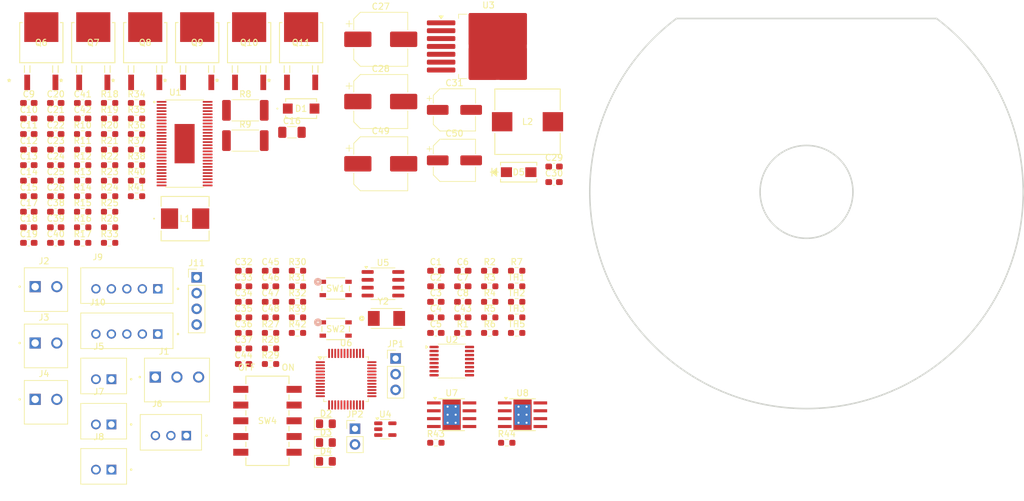
<source format=kicad_pcb>
(kicad_pcb (version 20241229) (generator "pcbnew") (generator_version "9.0")
  (layers (0 "F.Cu" signal) (2 "B.Cu" signal) (13 "F.Paste" user) (15 "B.Paste" user) (5 "F.SilkS" user "F.Silkscreen") (7 "B.SilkS" user "B.Silkscreen") (1 "F.Mask" user) (3 "B.Mask" user) (25 "Edge.Cuts" user))
  (net 0 "")
  (net 1 "/Temperature Measurement/Temp Motor Driver BLDC")
  (net 2 "GND")
  (net 3 "/Temperature Measurement/Temp Motor Driver Steering")
  (net 4 "/Temperature Measurement/Temp Motor Driver Brake")
  (net 5 "Temp Motor Brake")
  (net 6 "/Temperature Measurement/Temp Ambient")
  (net 7 "Temp BLDC Motor  ")
  (net 8 "Temp Motor Steering")
  (net 9 "+3.3V")
  (net 10 "/BLDC Control/SN1")
  (net 11 "/BLDC Control/SN2")
  (net 12 "Net-(U1-BST_C)")
  (net 13 "BLDC C")
  (net 14 "BLDC B")
  (net 15 "Net-(U1-BST_B)")
  (net 16 "Net-(U1-BST_A)")
  (net 17 "BLDC A")
  (net 18 "Net-(U1-CP2)")
  (net 19 "Net-(U1-CP1)")
  (net 20 "/BLDC Control/SW Node")
  (net 21 "Net-(U1-BST_BK)")
  (net 22 "+5V")
  (net 23 "Net-(U1-COMP)")
  (net 24 "Net-(C18-Pad2)")
  (net 25 "Net-(U1-SS_TR)")
  (net 26 "Net-(U1-AVDD)")
  (net 27 "/BLDC Control/DVDD")
  (net 28 "Net-(U1-GVDD)")
  (net 29 "+24V")
  (net 30 "Net-(D5-K)")
  (net 31 "Net-(U3-CB)")
  (net 32 "+12V")
  (net 33 "+3V3")
  (net 34 "Net-(U6-PF0-OSC_IN)")
  (net 35 "Net-(U6-PF1-OSC_OUT)")
  (net 36 "Net-(C38-Pad1)")
  (net 37 "Net-(C39-Pad1)")
  (net 38 "Net-(C40-Pad1)")
  (net 39 "BLDC SO2")
  (net 40 "BLDC SO1")
  (net 41 "Temp Output")
  (net 42 "BOOT")
  (net 43 "/Microcontroller/FDCAN1_RX")
  (net 44 "Net-(D2-A)")
  (net 45 "/Microcontroller/FDCAN1_TX")
  (net 46 "Net-(D3-A)")
  (net 47 "Net-(D4-A)")
  (net 48 "Brake_OUT2")
  (net 49 "Brake_OUT1")
  (net 50 "Steer_OUT1")
  (net 51 "Steer_OUT2")
  (net 52 "CANH")
  (net 53 "CANL")
  (net 54 "EncoderA_PROG")
  (net 55 "Encoder_CLK")
  (net 56 "EncoderA_DO")
  (net 57 "EncoderB_DO")
  (net 58 "EncoderB_PROG")
  (net 59 "SWCLK")
  (net 60 "SWDIO")
  (net 61 "Net-(JP1-B)")
  (net 62 "Net-(JP1-C)")
  (net 63 "Net-(JP2-B)")
  (net 64 "Net-(U1-DTC)")
  (net 65 "Net-(U1-SO1)")
  (net 66 "Net-(U1-GL_C)")
  (net 67 "Net-(U1-GH_C)")
  (net 68 "Net-(U1-GL_B)")
  (net 69 "Net-(U1-GH_B)")
  (net 70 "Net-(U1-GL_A)")
  (net 71 "Net-(U1-GH_A)")
  (net 72 "Net-(U1-SO2)")
  (net 73 "Net-(U1-VSENSE)")
  (net 74 "Net-(U1-BIAS)")
  (net 75 "Net-(U1-RT_CLK)")
  (net 76 "BLDC NFault")
  (net 77 "Net-(U1-OC_ADJ)")
  (net 78 "Net-(U1-M_PWM)")
  (net 79 "Net-(U1-M_OC)")
  (net 80 "BLDC OCTW")
  (net 81 "/BLDC Control/Gain")
  (net 82 "PWRGD")
  (net 83 "Net-(U7-ILIM)")
  (net 84 "Net-(U8-ILIM)")
  (net 85 "Net-(U6-PB4)")
  (net 86 "Net-(U6-PB6)")
  (net 87 "Net-(U6-PB7)")
  (net 88 "Net-(U6-PB5)")
  (net 89 "Net-(U6-PB3)")
  (net 90 "BLDC INH_C")
  (net 91 "BLDC INL_C")
  (net 92 "DC_CAL")
  (net 93 "BLDC INL_B")
  (net 94 "BLDC EN_GATE")
  (net 95 "BLDC INL_A")
  (net 96 "BLDC INH_B")
  (net 98 "BLDC INH_A")
  (net 100 "MUXA")
  (net 102 "MUXB")
  (net 103 "MUXC")
  (net 107 "Steer_IN2")
  (net 112 "Brake_IN2")
  (net 113 "Brake_IN1")
  (net 115 "Steer_IN1")
  (net 116 "Net-(Q6-G)")
  (net 117 "Net-(Q7-G)")
  (net 118 "Net-(Q8-G)")
  (net 119 "Net-(Q9-G)")
  (net 120 "Net-(Q10-G)")
  (net 121 "Net-(Q11-G)")
  (footprint "Resistor_SMD:R_0603_1608Metric_Pad0.98x0.95mm_HandSolder" (layer "F.Cu") (at 62.4375 107.26)
    (property "Reference" "R27" (at 0 -1.43 0) (layer "F.SilkS"))
    (property "Value" "10K")
    (pad "1" smd roundrect (at -0.9125 0) (size 0.975 0.95) (layers "F.Cu" "F.Mask" "F.Paste") (net 61 "Net-(JP1-B)"))
    (pad "2" smd roundrect (at 0.9125 0) (size 0.975 0.95) (layers "F.Cu" "F.Mask" "F.Paste") (net 2 "GND"))
  )
  (footprint "Capacitor_SMD:C_0603_1608Metric_Pad1.08x0.95mm_HandSolder" (layer "F.Cu") (at 27.7475 82.67)
    (property "Reference" "C25" (at 0 -1.43 0) (layer "F.SilkS"))
    (property "Value" "2.2uF")
    (pad "1" smd roundrect (at -0.8625 0) (size 1.075 0.95) (layers "F.Cu" "F.Mask" "F.Paste") (net 29 "+24V"))
    (pad "2" smd roundrect (at 0.8625 0) (size 1.075 0.95) (layers "F.Cu" "F.Mask" "F.Paste") (net 2 "GND"))
  )
  (footprint "Resistor_SMD:R_0603_1608Metric_Pad0.98x0.95mm_HandSolder" (layer "F.Cu") (at 66.7875 104.75)
    (property "Reference" "R39" (at 0 -1.43 0) (layer "F.SilkS"))
    (property "Value" "10k")
    (pad "1" smd roundrect (at -0.9125 0) (size 0.975 0.95) (layers "F.Cu" "F.Mask" "F.Paste") (net 80 "BLDC OCTW"))
    (pad "2" smd roundrect (at 0.9125 0) (size 0.975 0.95) (layers "F.Cu" "F.Mask" "F.Paste") (net 33 "+3V3"))
  )
  (footprint "Footprints:JST_B3B-XH-A" (layer "F.Cu") (at 46.3475 123.315)
    (property "Reference" "J6" (at -2.2 -4.6 0) (layer "F.SilkS") (effects (font (size 0.944882 0.944882))))
    (property "Value" "B3B-XH-A")
    (pad "1" thru_hole rect (at 2.5 0.525) (size 1.508 1.508) (drill 1) (layers "*.Cu" "*.Mask") (net 42 "BOOT"))
    (pad "2" thru_hole circle (at 0 0.525) (size 1.508 1.508) (drill 1) (layers "*.Cu" "*.Mask") (net 52 "CANH"))
    (pad "3" thru_hole circle (at -2.5 0.525) (size 1.508 1.508) (drill 1) (layers "*.Cu" "*.Mask") (net 53 "CANL"))
  )
  (footprint "Resistor_SMD:R_0603_1608Metric_Pad0.98x0.95mm_HandSolder" (layer "F.Cu") (at 36.4475 70.12)
    (property "Reference" "R18" (at 0 -1.43 0) (layer "F.SilkS"))
    (property "Value" "56Ω")
    (pad "1" smd roundrect (at -0.9125 0) (size 0.975 0.95) (layers "F.Cu" "F.Mask" "F.Paste") (net 72 "Net-(U1-SO2)"))
    (pad "2" smd roundrect (at 0.9125 0) (size 0.975 0.95) (layers "F.Cu" "F.Mask" "F.Paste") (net 39 "BLDC SO2"))
  )
  (footprint "Resistor_SMD:R_0603_1608Metric_Pad0.98x0.95mm_HandSolder" (layer "F.Cu") (at 36.4475 82.67)
    (property "Reference" "R23" (at 0 -1.43 0) (layer "F.SilkS"))
    (property "Value" "TBD")
    (pad "1" smd roundrect (at -0.9125 0) (size 0.975 0.95) (layers "F.Cu" "F.Mask" "F.Paste") (net 24 "Net-(C18-Pad2)"))
    (pad "2" smd roundrect (at 0.9125 0) (size 0.975 0.95) (layers "F.Cu" "F.Mask" "F.Paste") (net 2 "GND"))
  )
  (footprint "Footprints:JST_B2B-XH-A" (layer "F.Cu") (at 35.4875 121.515)
    (property "Reference" "J7" (at -0.775 -4.76 0) (layer "F.SilkS"))
    (property "Value" "B2B-XH-A")
    (pad "1" thru_hole rect (at 1.25 0.525) (size 1.575 1.575) (drill 1.05) (layers "*.Cu" "*.Mask") (net 5 "Temp Motor Brake"))
    (pad "2" thru_hole circle (at -1.25 0.525) (size 1.575 1.575) (drill 1.05) (layers "*.Cu" "*.Mask") (net 2 "GND"))
  )
  (footprint "Resistor_SMD:R_0603_1608Metric_Pad0.98x0.95mm_HandSolder" (layer "F.Cu") (at 100.5875 125)
    (property "Reference" "R44" (at 0 -1.43 0) (layer "F.SilkS"))
    (property "Value" "64000")
    (pad "1" smd roundrect (at -0.9125 0) (size 0.975 0.95) (layers "F.Cu" "F.Mask" "F.Paste") (net 84 "Net-(U8-ILIM)"))
    (pad "2" smd roundrect (at 0.9125 0) (size 0.975 0.95) (layers "F.Cu" "F.Mask" "F.Paste") (net 2 "GND"))
  )
  (footprint "Footprints:SKRPADE010_AAL" (layer "F.Cu") (at 72.955 100.08)
    (property "Reference" "SW1" (at 0 0 0) (layer "F.SilkS"))
    (property "Value" "SW_Push")
    (pad "1" smd rect (at -2.075 -1.074999) (size 1.0414 0.6604) (layers "F.Cu" "F.Mask" "F.Paste") (net 61 "Net-(JP1-B)"))
    (pad "2" smd rect (at -2.075 1.074999) (size 1.0414 0.6604) (layers "F.Cu" "F.Mask" "F.Paste") (net 33 "+3V3"))
    (pad "3" smd rect (at 2.075 -1.074999) (size 1.0414 0.6604) (layers "F.Cu" "F.Mask" "F.Paste"))
    (pad "4" smd rect (at 2.075 1.074999) (size 1.0414 0.6604) (layers "F.Cu" "F.Mask" "F.Paste"))
  )
  (footprint "Footprints:SKRPADE010_AAL" (layer "F.Cu") (at 72.955 106.6254)
    (property "Reference" "SW2" (at 0 0 0) (layer "F.SilkS"))
    (property "Value" "SW_Push")
    (pad "1" smd rect (at -2.075 -1.074999) (size 1.0414 0.6604) (layers "F.Cu" "F.Mask" "F.Paste") (net 2 "GND"))
    (pad "2" smd rect (at -2.075 1.074999) (size 1.0414 0.6604) (layers "F.Cu" "F.Mask" "F.Paste") (net 42 "BOOT"))
    (pad "3" smd rect (at 2.075 -1.074999) (size 1.0414 0.6604) (layers "F.Cu" "F.Mask" "F.Paste"))
    (pad "4" smd rect (at 2.075 1.074999) (size 1.0414 0.6604) (layers "F.Cu" "F.Mask" "F.Paste"))
  )
  (footprint "Capacitor_SMD:C_0603_1608Metric_Pad1.08x0.95mm_HandSolder" (layer "F.Cu") (at 58.0875 107.26)
    (property "Reference" "C36" (at 0 -1.43 0) (layer "F.SilkS"))
    (property "Value" "1uF")
    (pad "1" smd roundrect (at -0.8625 0) (size 1.075 0.95) (layers "F.Cu" "F.Mask" "F.Paste") (net 33 "+3V3"))
    (pad "2" smd roundrect (at 0.8625 0) (size 1.075 0.95) (layers "F.Cu" "F.Mask" "F.Paste") (net 2 "GND"))
  )
  (footprint "Resistor_SMD:R_0603_1608Metric_Pad0.98x0.95mm_HandSolder" (layer "F.Cu") (at 36.4475 90.2)
    (property "Reference" "R26" (at 0 -1.43 0) (layer "F.SilkS"))
    (property "Value" "10Ω")
    (pad "1" smd roundrect (at -0.9125 0) (size 0.975 0.95) (layers "F.Cu" "F.Mask" "F.Paste") (net 17 "BLDC A"))
    (pad "2" smd roundrect (at 0.9125 0) (size 0.975 0.95) (layers "F.Cu" "F.Mask" "F.Paste") (net 38 "Net-(C40-Pad1)"))
  )
  (footprint "Resistor_SMD:R_0603_1608Metric_Pad0.98x0.95mm_HandSolder" (layer "F.Cu") (at 40.7975 85.18)
    (property "Reference" "R41" (at 0 -1.43 0) (layer "F.SilkS"))
    (property "Value" "100kΩ")
    (pad "1" smd roundrect (at -0.9125 0) (size 0.975 0.95) (layers "F.Cu" "F.Mask" "F.Paste") (net 81 "/BLDC Control/Gain"))
    (pad "2" smd roundrect (at 0.9125 0) (size 0.975 0.95) (layers "F.Cu" "F.Mask" "F.Paste") (net 2 "GND"))
  )
  (footprint "Resistor_SMD:R_2512_6332Metric_Pad1.40x3.35mm_HandSolder" (layer "F.Cu") (at 58.3675 71.31)
    (property "Reference" "R8" (at 0 -2.62 0) (layer "F.SilkS"))
    (property "Value" "10mΩ 2512 2W")
    (pad "1" smd roundrect (at -3.05 0) (size 1.4 3.35) (layers "F.Cu" "F.Mask" "F.Paste") (roundrect_rratio 0.178571) (net 10 "/BLDC Control/SN1"))
    (pad "2" smd roundrect (at 3.05 0) (size 1.4 3.35) (layers "F.Cu" "F.Mask" "F.Paste") (roundrect_rratio 0.178571) (net 2 "GND"))
  )
  (footprint "Footprints:SOP50P810X120-57N" (layer "F.Cu") (at 48.5585 76.69)
    (property "Reference" "U1" (at -1.49804 -8.27879 0) (layer "F.SilkS") (effects (font (size 1.002031 1.002031))))
    (property "Value" "DRV8302DCAR")
    (pad "1" smd roundrect (at -3.72 -6.75) (size 1.57 0.28) (layers "F.Cu" "F.Mask" "F.Paste") (roundrect_rratio 0.125) (net 75 "Net-(U1-RT_CLK)"))
    (pad "2" smd roundrect (at -3.72 -6.25) (size 1.57 0.28) (layers "F.Cu" "F.Mask" "F.Paste") (roundrect_rratio 0.125) (net 23 "Net-(U1-COMP)"))
    (pad "3" smd roundrect (at -3.72 -5.75) (size 1.57 0.28) (layers "F.Cu" "F.Mask" "F.Paste") (roundrect_rratio 0.125) (net 73 "Net-(U1-VSENSE)"))
    (pad "4" smd roundrect (at -3.72 -5.25) (size 1.57 0.28) (layers "F.Cu" "F.Mask" "F.Paste") (roundrect_rratio 0.125) (net 82 "PWRGD"))
    (pad "5" smd roundrect (at -3.72 -4.75) (size 1.57 0.28) (layers "F.Cu" "F.Mask" "F.Paste") (roundrect_rratio 0.125) (net 80 "BLDC OCTW"))
    (pad "6" smd roundrect (at -3.72 -4.25) (size 1.57 0.28) (layers "F.Cu" "F.Mask" "F.Paste") (roundrect_rratio 0.125) (net 76 "BLDC NFault"))
    (pad "7" smd roundrect (at -3.72 -3.75) (size 1.57 0.28) (layers "F.Cu" "F.Mask" "F.Paste") (roundrect_rratio 0.125) (net 64 "Net-(U1-DTC)"))
    (pad "8" smd roundrect (at -3.72 -3.25) (size 1.57 0.28) (layers "F.Cu" "F.Mask" "F.Paste") (roundrect_rratio 0.125) (net 78 "Net-(U1-M_PWM)"))
    (pad "9" smd roundrect (at -3.72 -2.75) (size 1.57 0.28) (layers "F.Cu" "F.Mask" "F.Paste") (roundrect_rratio 0.125) (net 79 "Net-(U1-M_OC)"))
    (pad "10" smd roundrect (at -3.72 -2.25) (size 1.57 0.28) (layers "F.Cu" "F.Mask" "F.Paste") (roundrect_rratio 0.125) (net 81 "/BLDC Control/Gain"))
    (pad "11" smd roundrect (at -3.72 -1.75) (size 1.57 0.28) (layers "F.Cu" "F.Mask" "F.Paste") (roundrect_rratio 0.125) (net 77 "Net-(U1-OC_ADJ)"))
    (pad "12" smd roundrect (at -3.72 -1.25) (size 1.57 0.28) (layers "F.Cu" "F.Mask" "F.Paste") (roundrect_rratio 0.125) (net 92 "DC_CAL"))
    (pad "13" smd roundrect (at -3.72 -0.75) (size 1.57 0.28) (layers "F.Cu" "F.Mask" "F.Paste") (roundrect_rratio 0.125) (net 28 "Net-(U1-GVDD)"))
    (pad "14" smd roundrect (at -3.72 -0.25) (size 1.57 0.28) (layers "F.Cu" "F.Mask" "F.Paste") (roundrect_rratio 0.125) (net 19 "Net-(U1-CP1)"))
    (pad "15" smd roundrect (at -3.72 0.25) (size 1.57 0.28) (layers "F.Cu" "F.Mask" "F.Paste") (roundrect_rratio 0.125) (net 18 "Net-(U1-CP2)"))
    (pad "16" smd roundrect (at -3.72 0.75) (size 1.57 0.28) (layers "F.Cu" "F.Mask" "F.Paste") (roundrect_rratio 0.125) (net 94 "BLDC EN_GATE"))
    (pad "17" smd roundrect (at -3.72 1.25) (size 1.57 0.28) (layers "F.Cu" "F.Mask" "F.Paste") (roundrect_rratio 0.125) (net 98 "BLDC INH_A"))
    (pad "18" smd roundrect (at -3.72 1.75) (size 1.57 0.28) (layers "F.Cu" "F.Mask" "F.Paste") (roundrect_rratio 0.125) (net 95 "BLDC INL_A"))
    (pad "19" smd roundrect (at -3.72 2.25) (size 1.57 0.28) (layers "F.Cu" "F.Mask" "F.Paste") (roundrect_rratio 0.125) (net 96 "BLDC INH_B"))
    (pad "20" smd roundrect (at -3.72 2.75) (size 1.57 0.28) (layers "F.Cu" "F.Mask" "F.Paste") (roundrect_rratio 0.125) (net 93 "BLDC INL_B"))
    (pad "21" smd roundrect (at -3.72 3.25) (size 1.57 0.28) (layers "F.Cu" "F.Mask" "F.Paste") (roundrect_rratio 0.125) (net 90 "BLDC INH_C"))
    (pad "22" smd roundrect (at -3.72 3.75) (size 1.57 0.28) (layers "F.Cu" "F.Mask" "F.Paste") (roundrect_rratio 0.125) (net 91 "BLDC INL_C"))
    (pad "23" smd roundrect (at -3.72 4.25) (size 1.57 0.28) (layers "F.Cu" "F.Mask" "F.Paste") (roundrect_rratio 0.125) (net 27 "/BLDC Control/DVDD"))
    (pad "24" smd roundrect (at -3.72 4.75) (size 1.57 0.28) (layers "F.Cu" "F.Mask" "F.Paste") (roundrect_rratio 0.125) (net 9 "+3.3V"))
    (pad "25" smd roundrect (at -3.72 5.25) (size 1.57 0.28) (layers "F.Cu" "F.Mask" "F.Paste") (roundrect_rratio 0.125) (net 65 "Net-(U1-SO1)"))
    (pad "26" smd roundrect (at -3.72 5.75) (size 1.57 0.28) (layers "F.Cu" "F.Mask" "F.Paste") (roundrect_rratio 0.125) (net 72 "Net-(U1-SO2)"))
    (pad "27" smd roundrect (at -3.72 6.25) (size 1.57 0.28) (layers "F.Cu" "F.Mask" "F.Paste") (roundrect_rratio 0.125) (net 26 "Net-(U1-AVDD)"))
    (pad "28" smd roundrect (at -3.72 6.75) (size 1.57 0.28) (layers "F.Cu" "F.Mask" "F.Paste") (roundrect_rratio 0.125) (net 2 "GND"))
    (pad "29" smd roundrect (at 3.72 6.75) (size 1.57 0.28) (layers "F.Cu" "F.Mask" "F.Paste") (roundrect_rratio 0.125) (net 29 "+24V"))
    (pad "30" smd roundrect (at 3.72 6.25) (size 1.57 0.28) (layers "F.Cu" "F.Mask" "F.Paste") (roundrect_rratio 0.125) (net 2 "GND"))
    (pad "31" smd roundrect (at 3.72 5.75) (size 1.57 0.28) (layers "F.Cu" "F.Mask" "F.Paste") (roundrect_rratio 0.125) (net 11 "/BLDC Control/SN2"))
    (pad "32" smd roundrect (at 3.72 5.25) (size 1.57 0.28) (layers "F.Cu" "F.Mask" "F.Paste") (roundrect_rratio 0.125) (net 2 "GND"))
    (pad "33" smd roundrect (at 3.72 4.75) (size 1.57 0.28) (layers "F.Cu" "F.Mask" "F.Paste") (roundrect_rratio 0.125) (net 10 "/BLDC Control/SN1"))
    (pad "34" smd roundrect (at 3.72 4.25) (size 1.57 0.28) (layers "F.Cu" "F.Mask" "F.Paste") (roundrect_rratio 0.125) (net 10 "/BLDC Control/SN1"))
    (pad "35" smd roundrect (at 3.72 3.75) (size 1.57 0.28) (layers "F.Cu" "F.Mask" "F.Paste") (roundrect_rratio 0.125) (net 66 "Net-(U1-GL_C)"))
    (pad "36" smd roundrect (at 3.72 3.25) (size 1.57 0.28) (layers "F.Cu" "F.Mask" "F.Paste") (roundrect_rratio 0.125) (net 13 "BLDC C"))
    (pad "37" smd roundrect (at 3.72 2.75) (size 1.57 0.28) (layers "F.Cu" "F.Mask" "F.Paste") (roundrect_rratio 0.125) (net 67 "Net-(U1-GH_C)"))
    (pad "38" smd roundrect (at 3.72 2.25) (size 1.57 0.28) (layers "F.Cu" "F.Mask" "F.Paste") (roundrect_rratio 0.125) (net 12 "Net-(U1-BST_C)"))
    (pad "39" smd roundrect (at 3.72 1.75) (size 1.57 0.28) (layers "F.Cu" "F.Mask" "F.Paste") (roundrect_rratio 0.125) (net 11 "/BLDC Control/SN2"))
    (pad "40" smd roundrect (at 3.72 1.25) (size 1.57 0.28) (layers "F.Cu" "F.Mask" "F.Paste") (roundrect_rratio 0.125) (net 68 "Net-(U1-GL_B)"))
    (pad "41" smd roundrect (at 3.72 0.75) (size 1.57 0.28) (layers "F.Cu" "F.Mask" "F.Paste") (roundrect_rratio 0.125) (net 14 "BLDC B"))
    (pad "42" smd roundrect (at 3.72 0.25) (size 1.57 0.28) (layers "F.Cu" "F.Mask" "F.Paste") (roundrect_rratio 0.125) (net 69 "Net-(U1-GH_B)"))
    (pad "43" smd roundrect (at 3.72 -0.25) (size 1.57 0.28) (layers "F.Cu" "F.Mask" "F.Paste") (roundrect_rratio 0.125) (net 15 "Net-(U1-BST_B)"))
    (pad "44" smd roundrect (at 3.72 -0.75) (size 1.57 0.28) (layers "F.Cu" "F.Mask" "F.Paste") (roundrect_rratio 0.125) (net 2 "GND"))
    (pad "45" smd roundrect (at 3.72 -1.25) (size 1.57 0.28) (layers "F.Cu" "F.Mask" "F.Paste") (roundrect_rratio 0.125) (net 70 "Net-(U1-GL_A)"))
    (pad "46" smd roundrect (at 3.72 -1.75) (size 1.57 0.28) (layers "F.Cu" "F.Mask" "F.Paste") (roundrect_rratio 0.125) (net 17 "BLDC A"))
    (pad "47" smd roundrect (at 3.72 -2.25) (size 1.57 0.28) (layers "F.Cu" "F.Mask" "F.Paste") (roundrect_rratio 0.125) (net 71 "Net-(U1-GH_A)"))
    (pad "48" smd roundrect (at 3.72 -2.75) (size 1.57 0.28) (layers "F.Cu" "F.Mask" "F.Paste") (roundrect_rratio 0.125) (net 16 "Net-(U1-BST_A)"))
    (pad "49" smd roundrect (at 3.72 -3.25) (size 1.57 0.28) (layers "F.Cu" "F.Mask" "F.Paste") (roundrect_rratio 0.125) (net 74 "Net-(U1-BIAS)"))
    (pad "50" smd roundrect (at 3.72 -3.75) (size 1.57 0.28) (layers "F.Cu" "F.Mask" "F.Paste") (roundrect_rratio 0.125) (net 20 "/BLDC Control/SW Node"))
    (pad "51" smd roundrect (at 3.72 -4.25) (size 1.57 0.28) (layers "F.Cu" "F.Mask" "F.Paste") (roundrect_rratio 0.125) (net 20 "/BLDC Control/SW Node"))
    (pad "52" smd roundrect (at 3.72 -4.75) (size 1.57 0.28) (layers "F.Cu" "F.Mask" "F.Paste") (roundrect_rratio 0.125) (net 21 "Net-(U1-BST_BK)"))
    (pad "53" smd roundrect (at 3.72 -5.25) (size 1.57 0.28) (layers "F.Cu" "F.Mask" "F.Paste") (roundrect_rratio 0.125) (net 29 "+24V"))
    (pad "54" smd roundrect (at 3.72 -5.75) (size 1.57 0.28) (layers "F.Cu" "F.Mask" "F.Paste") (roundrect_rratio 0.125) (net 29 "+24V"))
    (pad "55" smd roundrect (at 3.72 -6.25) (size 1.57 0.28) (layers "F.Cu" "F.Mask" "F.Paste") (roundrect_rratio 0.125))
    (pad "56" smd roundrect (at 3.72 -6.75) (size 1.57 0.28) (layers "F.Cu" "F.Mask" "F.Paste") (roundrect_rratio 0.125) (net 25 "Net-(U1-SS_TR)"))
    (pad "57" smd rect (at 0 0) (size 3.235 6.35) (layers "F.Cu" "F.Mask") (net 2 "GND"))
  )
  (footprint "Capacitor_SMD:C_0603_1608Metric_Pad1.08x0.95mm_HandSolder" (layer "F.Cu") (at 27.7475 80.16)
    (property "Reference" "C24" (at 0 -1.43 0) (layer "F.SilkS"))
    (property "Value" "2.2uF")
    (pad "1" smd roundrect (at -0.8625 0) (size 1.075 0.95) (layers "F.Cu" "F.Mask" "F.Paste") (net 29 "+24V"))
    (pad "2" smd roundrect (at 0.8625 0) (size 1.075 0.95) (layers "F.Cu" "F.Mask" "F.Paste") (net 2 "GND"))
  )
  (footprint "Resistor_SMD:R_0603_1608Metric_Pad0.98x0.95mm_HandSolder" (layer "F.Cu") (at 36.4475 77.65)
    (property "Reference" "R21" (at 0 -1.43 0) (layer "F.SilkS"))
    (property "Value" "10Ω")
    (pad "1" smd roundrect (at -0.9125 0) (size 0.975 0.95) (layers "F.Cu" "F.Mask" "F.Paste") (net 13 "BLDC C"))
    (pad "2" smd roundrect (at 0.9125 0) (size 0.975 0.95) (layers "F.Cu" "F.Mask" "F.Paste") (net 36 "Net-(C38-Pad1)"))
  )
  (footprint "Capacitor_SMD:C_0603_1608Metric_Pad1.08x0.95mm_HandSolder" (layer "F.Cu") (at 23.3975 72.63)
    (property "Reference" "C10" (at 0 -1.43 0) (layer "F.SilkS"))
    (property "Value" "100nF")
    (pad "1" smd roundrect (at -0.8625 0) (size 1.075 0.95) (layers "F.Cu" "F.Mask" "F.Paste") (net 11 "/BLDC Control/SN2"))
    (pad "2" smd roundrect (at 0.8625 0) (size 1.075 0.95) (layers "F.Cu" "F.Mask" "F.Paste") (net 2 "GND"))
  )
  (footprint "Capacitor_SMD:CP_Elec_8x10.5" (layer "F.Cu") (at 80.2375 59.84)
    (property "Reference" "C27" (at 0 -5.3 0) (layer "F.SilkS"))
    (property "Value" "C_Polarized_US")
    (pad "1" smd roundrect (at -3.7 0) (size 4.4 2.5) (layers "F.Cu" "F.Mask" "F.Paste") (roundrect_rratio 0.1) (net 29 "+24V"))
    (pad "2" smd roundrect (at 3.7 0) (size 4.4 2.5) (layers "F.Cu" "F.Mask" "F.Paste") (roundrect_rratio 0.1) (net 2 "GND"))
  )
  (footprint "Package_SO:Texas_HTSOP-8-1EP_3.9x4.9mm_P1.27mm_EP2.95x4.9mm_Mask2.4x3.1mm_ThermalVias" (layer "F.Cu") (at 91.6875 120.47)
    (property "Reference" "U7" (at 0 -3.5 0) (layer "F.SilkS"))
    (property "Value" "DRV8231DDAR")
    (pad "1" smd rect (at -2.875 -1.905) (size 2.2 0.5) (layers "F.Cu" "F.Mask" "F.Paste") (net 2 "GND"))
    (pad "2" smd rect (at -2.875 -0.635) (size 2.2 0.5) (layers "F.Cu" "F.Mask" "F.Paste") (net 112 "Brake_IN2"))
    (pad "3" smd rect (at -2.875 0.635) (size 2.2 0.5) (layers "F.Cu" "F.Mask" "F.Paste") (net 113 "Brake_IN1"))
    (pad "4" smd rect (at -2.875 1.905) (size 2.2 0.5) (layers "F.Cu" "F.Mask" "F.Paste") (net 83 "Net-(U7-ILIM)"))
    (pad "5" smd rect (at 2.875 1.905) (size 2.2 0.5) (layers "F.Cu" "F.Mask" "F.Paste") (net 32 "+12V"))
    (pad "6" smd rect (at 2.875 0.635) (size 2.2 0.5) (layers "F.Cu" "F.Mask" "F.Paste") (net 48 "Brake_OUT2"))
    (pad "7" smd rect (at 2.875 -0.635) (size 2.2 0.5) (layers "F.Cu" "F.Mask" "F.Paste") (net 2 "GND"))
    (pad "8" smd rect (at 2.875 -1.905) (size 2.2 0.5) (layers "F.Cu" "F.Mask" "F.Paste") (net 49 "Brake_OUT1"))
    (pad "9" thru_hole circle (at -0.65 -1.3) (size 0.63 0.63) (drill 0.33) (layers "*.Cu" "*.Mask"))
    (pad "9" thru_hole circle (at -0.65 0) (size 0.63 0.63) (drill 0.33) (layers "*.Cu" "*.Mask"))
    (pad "9" thru_hole circle (at -0.65 1.3) (size 0.63 0.63) (drill 0.33) (layers "*.Cu" "*.Mask"))
    (pad "9" smd rect (at 0 0) (size 2.6 3.3) (layers "B.Cu"))
    (pad "9" smd rect (at 0 0) (size 2.95 4.9) (layers "F.Cu"))
    (pad "9" thru_hole circle (at 0.65 -1.3) (size 0.63 0.63) (drill 0.33) (layers "*.Cu" "*.Mask"))
    (pad "9" thru_hole circle (at 0.65 0) (size 0.63 0.63) (drill 0.33) (layers "*.Cu" "*.Mask"))
    (pad "9" thru_hole circle (at 0.65 1.3) (size 0.63 0.63) (drill 0.33) (layers "*.Cu" "*.Mask"))
  )
  (footprint "Resistor_SMD:R_0603_1608Metric_Pad0.98x0.95mm_HandSolder" (layer "F.Cu") (at 66.7875 102.24)
    (property "Reference" "R32" (at 0 -1.43 0) (layer "F.SilkS"))
    (property "Value" "10k")
    (pad "1" smd roundrect (at -0.9125 0) (size 0.975 0.95) (layers "F.Cu" "F.Mask" "F.Paste") (net 76 "BLDC NFault"))
    (pad "2" smd roundrect (at 0.9125 0) (size 0.975 0.95) (layers "F.Cu" "F.Mask" "F.Paste") (net 33 "+3V3"))
  )
  (footprint "Capacitor_SMD:C_0603_1608Metric_Pad1.08x0.95mm_HandSolder" (layer "F.Cu") (at 27.7475 72.63)
    (property "Reference" "C21" (at 0 -1.43 0) (layer "F.SilkS"))
    (property "Value" "1uF")
    (pad "1" smd roundrect (at -0.8625 0) (size 1.075 0.95) (layers "F.Cu" "F.Mask" "F.Paste") (net 27 "/BLDC Control/DVDD"))
    (pad "2" smd roundrect (at 0.8625 0) (size 1.075 0.95) (layers "F.Cu" "F.Mask" "F.Paste") (net 2 "GND"))
  )
  (footprint "Capacitor_SMD:C_0603_1608Metric_Pad1.08x0.95mm_HandSolder" (layer "F.Cu") (at 32.0975 70.12)
    (property "Reference" "C41" (at 0 -1.43 0) (layer "F.SilkS"))
    (property "Value" "1nF")
    (pad "1" smd roundrect (at -0.8625 0) (size 1.075 0.95) (layers "F.Cu" "F.Mask" "F.Paste") (net 39 "BLDC SO2"))
    (pad "2" smd roundrect (at 0.8625 0) (size 1.075 0.95) (layers "F.Cu" "F.Mask" "F.Paste") (net 2 "GND"))
  )
  (footprint "Capacitor_SMD:C_0603_1608Metric_Pad1.08x0.95mm_HandSolder" (layer "F.Cu") (at 27.7475 75.14)
    (property "Reference" "C22" (at 0 -1.43 0) (layer "F.SilkS"))
    (property "Value" "2.2uF")
    (pad "1" smd roundrect (at -0.8625 0) (size 1.075 0.95) (layers "F.Cu" "F.Mask" "F.Paste") (net 28 "Net-(U1-GVDD)"))
    (pad "2" smd roundrect (at 0.8625 0) (size 1.075 0.95) (layers "F.Cu" "F.Mask" "F.Paste") (net 2 "GND"))
  )
  (footprint "Resistor_SMD:R_0603_1608Metric_Pad0.98x0.95mm_HandSolder" (layer "F.Cu") (at 97.8375 104.75)
    (property "Reference" "R5" (at 0 -1.43 0) (layer "F.SilkS"))
    (property "Value" "10kΩ")
    (pad "1" smd roundrect (at -0.9125 0) (size 0.975 0.95) (layers "F.Cu" "F.Mask" "F.Paste") (net 9 "+3.3V"))
    (pad "2" smd roundrect (at 0.9125 0) (size 0.975 0.95) (layers "F.Cu" "F.Mask" "F.Paste") (net 6 "/Temperature Measurement/Temp Ambient"))
  )
  (footprint "Footprints:PHOENIX_1984617" (layer "F.Cu") (at 22.6725 103.79)
    (property "Reference" "J2" (at 3.175 -8.135 0) (layer "F.SilkS"))
    (property "Value" "1984617")
    (pad "1" thru_hole rect (at 1.75 -4) (size 1.8 1.8) (drill 1.2) (layers "*.Cu" "*.Mask") (net 48 "Brake_OUT2"))
    (pad "2" thru_hole circle (at 5.25 -4) (size 1.8 1.8) (drill 1.2) (layers "*.Cu" "*.Mask") (net 49 "Brake_OUT1"))
  )
  (footprint "Capacitor_SMD:C_0603_1608Metric_Pad1.08x0.95mm_HandSolder" (layer "F.Cu") (at 23.3975 75.14)
    (property "Reference" "C11" (at 0 -1.43 0) (layer "F.SilkS"))
    (property "Value" "100nF")
    (pad "1" smd roundrect (at -0.8625 0) (size 1.075 0.95) (layers "F.Cu" "F.Mask" "F.Paste") (net 13 "BLDC C"))
    (pad "2" smd roundrect (at 0.8625 0) (size 1.075 0.95) (layers "F.Cu" "F.Mask" "F.Paste") (net 12 "Net-(U1-BST_C)"))
  )
  (footprint "Footprints:TO_40EL_GE3_VIS" (layer "F.Cu") (at 67.3752 60.3823)
    (property "Reference" "Q11" (at 0 0 0) (layer "F.SilkS"))
    (property "Value" "SQD70140EL_GE3")
    (fp_text user "*" (at -5.195001 6.4135 0) (layer "F.SilkS"))
    (fp_text user "*" (at -5.195001 6.4135 0) (layer "F.SilkS"))
    (pad "1" smd rect (at -2.280001 6.4135) (size 0.9398 2.4892) (layers "F.Cu" "F.Mask" "F.Paste") (net 121 "Net-(Q11-G)"))
    (pad "2" smd rect (at 2.280001 6.4135) (size 0.9398 2.4892) (layers "F.Cu" "F.Mask" "F.Paste") (net 29 "+24V"))
    (pad "3" smd rect (at 0 -2.5146) (size 5.5118 4.8006) (layers "F.Cu" "F.Mask" "F.Paste") (net 17 "BLDC A"))
  )
  (footprint "Capacitor_SMD:C_0603_1608Metric_Pad1.08x0.95mm_HandSolder" (layer "F.Cu") (at 89.1375 99.73)
    (property "Reference" "C2" (at 0 -1.43 0) (layer "F.SilkS"))
    (property "Value" "330nF")
    (pad "1" smd roundrect (at -0.8625 0) (size 1.075 0.95) (layers "F.Cu" "F.Mask" "F.Paste") (net 3 "/Temperature Measurement/Temp Motor Driver Steering"))
    (pad "2" smd roundrect (at 0.8625 0) (size 1.075 0.95) (layers "F.Cu" "F.Mask" "F.Paste") (net 2 "GND"))
  )
  (footprint "Resistor_SMD:R_0603_1608Metric_Pad0.98x0.95mm_HandSolder" (layer "F.Cu") (at 40.7975 72.63)
    (property "Reference" "R35" (at 0 -1.43 0) (layer "F.SilkS"))
    (property "Value" "100kΩ")
    (pad "1" smd roundrect (at -0.9125 0) (size 0.975 0.95) (layers "F.Cu" "F.Mask" "F.Paste") (net 79 "Net-(U1-M_OC)"))
    (pad "2" smd roundrect (at 0.9125 0) (size 0.975 0.95) (layers "F.Cu" "F.Mask" "F.Paste") (net 2 "GND"))
  )
  (footprint "Resistor_SMD:R_0603_1608Metric_Pad0.98x0.95mm_HandSolder" (layer "F.Cu") (at 32.0975 82.67)
    (property "Reference" "R13" (at 0 -1.43 0) (layer "F.SilkS"))
    (property "Value" "10Ω")
    (pad "1" smd roundrect (at -0.9125 0) (size 0.975 0.95) (layers "F.Cu" "F.Mask" "F.Paste") (net 67 "Net-(U1-GH_C)"))
    (pad "2" smd roundrect (at 0.9125 0) (size 0.975 0.95) (layers "F.Cu" "F.Mask" "F.Paste") (net 117 "Net-(Q7-G)"))
  )
  (footprint "Resistor_SMD:R_0603_1608Metric_Pad0.98x0.95mm_HandSolder" (layer "F.Cu") (at 102.1875 107.26)
    (property "Reference" "TH5" (at 0 -1.43 0) (layer "F.SilkS"))
    (property "Value" "NCU18XH103F6SRB")
    (pad "1" smd roundrect (at -0.9125 0) (size 0.975 0.95) (layers "F.Cu" "F.Mask" "F.Paste") (net 6 "/Temperature Measurement/Temp Ambient"))
    (pad "2" smd roundrect (at 0.9125 0) (size 0.975 0.95) (layers "F.Cu" "F.Mask" "F.Paste") (net 2 "GND"))
  )
  (footprint "Footprints:TO_40EL_GE3_VIS" (layer "F.Cu") (at 42.201 60.3823)
    (property "Reference" "Q8" (at 0 0 0) (layer "F.SilkS"))
    (property "Value" "SQD70140EL_GE3")
    (fp_text user "*" (at -5.195001 6.4135 0) (layer "F.SilkS"))
    (fp_text user "*" (at -5.195001 6.4135 0) (layer "F.SilkS"))
    (pad "1" smd rect (at -2.280001 6.4135) (size 0.9398 2.4892) (layers "F.Cu" "F.Mask" "F.Paste") (net 118 "Net-(Q8-G)"))
    (pad "2" smd rect (at 2.280001 6.4135) (size 0.9398 2.4892) (layers "F.Cu" "F.Mask" "F.Paste") (net 14 "BLDC B"))
    (pad "3" smd rect (at 0 -2.5146) (size 5.5118 4.8006) (layers "F.Cu" "F.Mask" "F.Paste") (net 11 "/BLDC Control/SN2"))
  )
  (footprint "Resistor_SMD:R_0603_1608Metric_Pad0.98x0.95mm_HandSolder" (layer "F.Cu") (at 97.8375 107.26)
    (property "Reference" "R6" (at 0 -1.43 0) (layer "F.SilkS"))
    (property "Value" "10kΩ")
    (pad "1" smd roundrect (at -0.9125 0) (size 0.975 0.95) (layers "F.Cu" "F.Mask" "F.Paste") (net 9 "+3.3V"))
    (pad "2" smd roundrect (at 0.9125 0) (size 0.975 0.95) (layers "F.Cu" "F.Mask" "F.Paste") (net 7 "Temp BLDC Motor  "))
  )
  (footprint "Capacitor_SMD:C_0603_1608Metric_Pad1.08x0.95mm_HandSolder" (layer "F.Cu") (at 23.3975 92.71)
    (property "Reference" "C19" (at 0 -1.43 0) (layer "F.SilkS"))
    (property "Value" "220nF")
    (pad "1" smd roundrect (at -0.8625 0) (size 1.075 0.95) (layers "F.Cu" "F.Mask" "F.Paste") (net 25 "Net-(U1-SS_TR)"))
    (pad "2" smd roundrect (at 0.8625 0) (size 1.075 0.95) (layers "F.Cu" "F.Mask" "F.Paste") (net 2 "GND"))
  )
  (footprint "Capacitor_SMD:C_0603_1608Metric_Pad1.08x0.95mm_HandSolder" (layer "F.Cu") (at 62.4375 97.22)
    (property "Reference" "C45" (at 0 -1.43 0) (layer "F.SilkS"))
    (property "Value" "0.1uF")
    (pad "1" smd roundrect (at -0.8625 0) (size 1.075 0.95) (layers "F.Cu" "F.Mask" "F.Paste") (net 42 "BOOT"))
    (pad "2" smd roundrect (at 0.8625 0) (size 1.075 0.95) (layers "F.Cu" "F.Mask" "F.Paste") (net 2 "GND"))
  )
  (footprint "Capacitor_SMD:C_0603_1608Metric_Pad1.08x0.95mm_HandSolder" (layer "F.Cu") (at 93.4875 102.24)
    (property "Reference" "C8" (at 0 -1.43 0) (layer "F.SilkS"))
    (property "Value" "100nF")
    (pad "1" smd roundrect (at -0.8625 0) (size 1.075 0.95) (layers "F.Cu" "F.Mask" "F.Paste") (net 9 "+3.3V"))
    (pad "2" smd roundrect (at 0.8625 0) (size 1.075 0.95) (layers "F.Cu" "F.Mask" "F.Paste") (net 2 "GND"))
  )
  (footprint "Connector_PinHeader_2.54mm:PinHeader_1x04_P2.54mm_Vertical" (layer "F.Cu") (at 50.5075 98.29)
    (property "Reference" "J11" (at 0 -2.33 0) (layer "F.SilkS"))
    (property "Value" "Conn_01x04")
    (pad "1" thru_hole rect (at 0 0) (size 1.7 1.7) (drill 1) (layers "*.Cu" "*.Mask") (net 9 "+3.3V"))
    (pad "2" thru_hole oval (at 0 2.54) (size 1.7 1.7) (drill 1) (layers "*.Cu" "*.Mask") (net 59 "SWCLK"))
    (pad "3" thru_hole oval (at 0 5.08) (size 1.7 1.7) (drill 1) (layers "*.Cu" "*.Mask") (net 60 "SWDIO"))
    (pad "4" thru_hole oval (at 0 7.62) (size 1.7 1.7) (drill 1) (layers "*.Cu" "*.Mask") (net 2 "GND"))
  )
  (footprint "Resistor_SMD:R_2512_6332Metric_Pad1.40x3.35mm_HandSolder" (layer "F.Cu") (at 58.3675 76.2)
    (property "Reference" "R9" (at 0 -2.62 0) (layer "F.SilkS"))
    (property "Value" "10mΩ 2512 2W10mΩ")
    (pad "1" smd roundrect (at -3.05 0) (size 1.4 3.35) (layers "F.Cu" "F.Mask" "F.Paste") (roundrect_rratio 0.178571) (net 11 "/BLDC Control/SN2"))
    (pad "2" smd roundrect (at 3.05 0) (size 1.4 3.35) (layers "F.Cu" "F.Mask" "F.Paste") (roundrect_rratio 0.178571) (net 2 "GND"))
  )
  (footprint "Resistor_SMD:R_0603_1608Metric_Pad0.98x0.95mm_HandSolder" (layer "F.Cu") (at 102.1875 99.73)
    (property "Reference" "TH1" (at 0 -1.43 0) (layer "F.SilkS"))
    (property "Value" "NCU18XH103F6SRB")
    (pad "1" smd roundrect (at -0.9125 0) (size 0.975 0.95) (layers "F.Cu" "F.Mask" "F.Paste") (net 1 "/Temperature Measurement/Temp Motor Driver BLDC"))
    (pad "2" smd roundrect (at 0.9125 0) (size 0.975 0.95) (layers "F.Cu" "F.Mask" "F.Paste") (net 2 "GND"))
  )
  (footprint "Resistor_SMD:R_0603_1608Metric_Pad0.98x0.95mm_HandSolder" (layer "F.Cu") (at 32.0975 85.18)
    (property "Reference" "R14" (at 0 -1.43 0) (layer "F.SilkS"))
    (property "Value" "10Ω")
    (pad "1" smd roundrect (at -0.9125 0) (size 0.975 0.95) (layers "F.Cu" "F.Mask" "F.Paste") (net 68 "Net-(U1-GL_B)"))
    (pad "2" smd roundrect (at 0.9125 0) (size 0.975 0.95) (layers "F.Cu" "F.Mask" "F.Paste") (net 118 "Net-(Q8-G)"))
  )
  (footprint "Capacitor_SMD:C_0603_1608Metric_Pad1.08x0.95mm_HandSolder" (layer "F.Cu") (at 23.3975 80.16)
    (property "Reference" "C13" (at 0 -1.43 0) (layer "F.SilkS"))
    (property "Value" "100nF")
    (pad "1" smd roundrect (at -0.8625 0) (size 1.075 0.95) (layers "F.Cu" "F.Mask" "F.Paste") (net 17 "BLDC A"))
    (pad "2" smd roundrect (at 0.8625 0) (size 1.075 0.95) (layers "F.Cu" "F.Mask" "F.Paste") (net 16 "Net-(U1-BST_A)"))
  )
  (footprint "Footprints:XTAL_ECS-80-8-30Q-VS-TR" (layer "F.Cu") (at 81.163919 104.92)
    (property "Reference" "Y2" (at -0.525705 -2.750995 0) (layer "F.SilkS") (effects (font (size 1.00585 1.00585))))
    (property "Value" "8MHz")
    (pad "1" smd rect (at -2.05 0) (size 1.9 2.4) (layers "F.Cu" "F.Mask" "F.Paste") (net 35 "Net-(U6-PF1-OSC_OUT)"))
    (pad "2" smd rect (at 2.05 0) (size 1.9 2.4) (layers "F.Cu" "F.Mask" "F.Paste") (net 34 "Net-(U6-PF0-OSC_IN)"))
  )
  (footprint "Capacitor_SMD:C_0603_1608Metric_Pad1.08x0.95mm_HandSolder" (layer "F.Cu") (at 23.3975 77.65)
    (property "Reference" "C12" (at 0 -1.43 0) (layer "F.SilkS"))
    (property "Value" "100nF")
    (pad "1" smd roundrect (at -0.8625 0) (size 1.075 0.95) (layers "F.Cu" "F.Mask" "F.Paste") (net 14 "BLDC B"))
    (pad "2" smd roundrect (at 0.8625 0) (size 1.075 0.95) (layers "F.Cu" "F.Mask" "F.Paste") (net 15 "Net-(U1-BST_B)"))
  )
  (footprint "Footprints:PHOENIX_1984617" (layer "F.Cu") (at 22.6725 112.89)
    (property "Reference" "J3" (at 3.175 -8.135 0) (layer "F.SilkS"))
    (property "Value" "1984617")
    (pad "1" thru_hole rect (at 1.75 -4) (size 1.8 1.8) (drill 1.2) (layers "*.Cu" "*.Mask") (net 51 "Steer_OUT2"))
    (pad "2" thru_hole circle (at 5.25 -4) (size 1.8 1.8) (drill 1.2) (layers "*.Cu" "*.Mask") (net 50 "Steer_OUT1"))
  )
  (footprint "Capacitor_SMD:C_0603_1608Metric_Pad1.08x0.95mm_HandSolder" (layer "F.Cu") (at 89.1375 107.26)
    (property "Reference" "C5" (at 0 -1.43 0) (layer "F.SilkS"))
    (property "Value" "330nF")
    (pad "1" smd roundrect (at -0.8625 0) (size 1.075 0.95) (layers "F.Cu" "F.Mask" "F.Paste") (net 6 "/Temperature Measurement/Temp Ambient"))
    (pad "2" smd roundrect (at 0.8625 0) (size 1.075 0.95) (layers "F.Cu" "F.Mask" "F.Paste") (net 2 "GND"))
  )
  (footprint "Resistor_SMD:R_0603_1608Metric_Pad0.98x0.95mm_HandSolder" (layer "F.Cu") (at 40.7975 77.65)
    (property "Reference" "R37" (at 0 -1.43 0) (layer "F.SilkS"))
    (property "Value" "~")
    (pad "1" smd roundrect (at -0.9125 0) (size 0.975 0.95) (layers "F.Cu" "F.Mask" "F.Paste") (net 27 "/BLDC Control/DVDD"))
    (pad "2" smd roundrect (at 0.9125 0) (size 0.975 0.95) (layers "F.Cu" "F.Mask" "F.Paste") (net 78 "Net-(U1-M_PWM)"))
  )
  (footprint "Footprints:JST_B2B-XH-A" (layer "F.Cu") (at 35.4875 114.215)
    (property "Reference" "J5" (at -0.775 -4.76 0) (layer "F.SilkS"))
    (property "Value" "B2B-XH-A")
    (pad "1" thru_hole rect (at 1.25 0.525) (size 1.575 1.575) (drill 1.05) (layers "*.Cu" "*.Mask") (net 7 "Temp BLDC Motor  "))
    (pad "2" thru_hole circle (at -1.25 0.525) (size 1.575 1.575) (drill 1.05) (layers "*.Cu" "*.Mask") (net 2 "GND"))
  )
  (footprint "Connector_PinHeader_2.54mm:PinHeader_1x03_P2.54mm_Vertical" (layer "F.Cu") (at 82.6375 111.38)
    (property "Reference" "JP1" (at 0 -2.33 0) (layer "F.SilkS"))
    (property "Value" "Jumper_3_Open")
    (pad "1" thru_hole rect (at 0 0) (size 1.7 1.7) (drill 1) (layers "*.Cu" "*.Mask") (net 59 "SWCLK"))
    (pad "2" thru_hole oval (at 0 2.54) (size 1.7 1.7) (drill 1) (layers "*.Cu" "*.Mask") (net 62 "Net-(JP1-C)"))
    (pad "3" thru_hole oval (at 0 5.08) (size 1.7 1.7) (drill 1) (layers "*.Cu" "*.Mask") (net 61 "Net-(JP1-B)"))
  )
  (footprint "Capacitor_SMD:C_0603_1608Metric_Pad1.08x0.95mm_HandSolder" (layer "F.Cu") (at 93.4875 97.22)
    (property "Reference" "C6" (at 0 -1.43 0) (layer "F.SilkS"))
    (property "Value" "330nF")
    (pad "1" smd roundrect (at -0.8625 0) (size 1.075 0.95) (layers "F.Cu" "F.Mask" "F.Paste") (net 7 "Temp BLDC Motor  "))
    (pad "2" smd roundrect (at 0.8625 0) (size 1.075 0.95) (layers "F.Cu" "F.Mask" "F.Paste") (net 2 "GND"))
  )
  (footprint "Capacitor_SMD:C_0603_1608Metric_Pad1.08x0.95mm_HandSolder" (layer "F.Cu") (at 58.0875 109.77)
    (property "Reference" "C37" (at 0 -1.43 0) (layer "F.SilkS"))
    (property "Value" "0.1uF")
    (pad "1" smd roundrect (at -0.8625 0) (size 1.075 0.95) (layers "F.Cu" "F.Mask" "F.Paste") (net 22 "+5V"))
    (pad "2" smd roundrect (at 0.8625 0) (size 1.075 0.95) (layers "F.Cu" "F.Mask" "F.Paste") (net 2 "GND"))
  )
  (footprint "Resistor_SMD:R_0603_1608Metric_Pad0.98x0.95mm_HandSolder" (layer "F.Cu") (at 32.0975 92.71)
    (property "Reference" "R17" (at 0 -1.43 0) (layer "F.SilkS"))
    (property "Value" "10Ω")
    (pad "1" smd roundrect (at -0.9125 0) (size 0.975 0.95) (layers "F.Cu" "F.Mask" "F.Paste") (net 71 "Net-(U1-GH_A)"))
    (pad "2" smd roundrect (at 0.9125 0) (size 0.975 0.95) (layers "F.Cu" "F.Mask" "F.Paste") (net 121 "Net-(Q11-G)"))
  )
  (footprint "Footprints:JST_B5B-XH-A" (layer "F.Cu") (at 39.2375 99.615)
    (property "Reference" "J9" (at -4.7 -4.6 0) (layer "F.SilkS") (effects (font (size 0.944882 0.944882))))
    (property "Value" "B5B-XH-A")
    (pad "1" thru_hole rect (at 5 0.525) (size 1.508 1.508) (drill 1) (layers "*.Cu" "*.Mask") (net 22 "+5V"))
    (pad "2" thru_hole circle (at 2.5 0.525) (size 1.508 1.508) (drill 1) (layers "*.Cu" "*.Mask") (net 56 "EncoderA_DO"))
    (pad "3" thru_hole circle (at 0 0.525) (size 1.508 1.508) (drill 1) (layers "*.Cu" "*.Mask") (net 54 "EncoderA_PROG"))
    (pad "4" thru_hole circle (at -2.5 0.525) (size 1.508 1.508) (drill 1) (layers "*.Cu" "*.Mask") (net 55 "Encoder_CLK"))
    (pad "5" thru_hole circle (at -5 0.525) (size 1.508 1.508) (drill 1) (layers "*.Cu" "*.Mask") (net 2 "GND"))
  )
  (footprint "Resistor_SMD:R_0603_1608Metric_Pad0.98x0.95mm_HandSolder" (layer "F.Cu") (at 93.4875 107.26)
    (property "Reference" "R1" (at 0 -1.43 0) (layer "F.SilkS"))
    (property "Value" "10kΩ")
    (pad "1" smd roundrect (at -0.9125 0) (size 0.975 0.95) (layers "F.Cu" "F.Mask" "F.Paste") (net 9 "+3.3V"))
    (pad "2" smd roundrect (at 0.9125 0) (size 0.975 0.95) (layers "F.Cu" "F.Mask" "F.Paste") (net 1 "/Temperature Measurement/Temp Motor Driver BLDC"))
  )
  (footprint "Capacitor_SMD:C_0603_1608Metric_Pad1.08x0.95mm_HandSolder" (layer "F.Cu") (at 23.3975 90.2)
    (property "Reference" "C18" (at 0 -1.43 0) (layer "F.SilkS"))
    (property "Value" "TBD")
    (pad "1" smd roundrect (at -0.8625 0) (size 1.075 0.95) (layers "F.Cu" "F.Mask" "F.Paste") (net 23 "Net-(U1-COMP)"))
    (pad "2" smd roundrect (at 0.8625 0) (size 1.075 0.95) (layers "F.Cu" "F.Mask" "F.Paste") (net 24 "Net-(C18-Pad2)"))
  )
  (footprint "Capacitor_SMD:C_0603_1608Metric_Pad1.08x0.95mm_HandSolder" (layer "F.Cu") (at 93.4875 104.75)
    (property "Reference" "C43" (at 0 -1.43 0) (layer "F.SilkS"))
    (property "Value" "100nF")
    (pad "1" smd roundrect (at -0.8625 0) (size 1.075 0.95) (layers "F.Cu" "F.Mask" "F.Paste") (net 41 "Temp Output"))
    (pad "2" smd roundrect (at 0.8625 0) (size 1.075 0.95) (layers "F.Cu" "F.Mask" "F.Paste") (net 2 "GND"))
  )
  (footprint "Resistor_SMD:R_0603_1608Metric_Pad0.98x0.95mm_HandSolder" (layer "F.Cu") (at 40.7975 75.14)
    (property "Reference" "R36" (at 0 -1.43 0) (layer "F.SilkS"))
    (property "Value" "~")
    (pad "1" smd roundrect (at -0.9125 0) (size 0.975 0.95) (layers "F.Cu" "F.Mask" "F.Paste") (net 27 "/BLDC Control/DVDD"))
    (pad "2" smd roundrect (at 0.9125 0) (size 0.975 0.95) (layers "F.Cu" "F.Mask" "F.Paste") (net 79 "Net-(U1-M_OC)"))
  )
  (footprint "LED_SMD:LED_0805_2012Metric_Pad1.15x1.40mm_HandSolder" (layer "F.Cu") (at 71.3825 121.925)
    (property "Reference" "D2" (at 0 -1.65 0) (layer "F.SilkS"))
    (property "Value" "LED_G")
    (pad "1" smd roundrect (at -1.025 0) (size 1.15 1.4) (layers "F.Cu" "F.Mask" "F.Paste") (roundrect_rratio 0.217391) (net 43 "/Microcontroller/FDCAN1_RX"))
    (pad "2" smd roundrect (at 1.025 0) (size 1.15 1.4) (layers "F.Cu" "F.Mask" "F.Paste") (roundrect_rratio 0.217391) (net 44 "Net-(D2-A)"))
  )
  (footprint "Capacitor_SMD:C_0603_1608Metric_Pad1.08x0.95mm_HandSolder" (layer "F.Cu") (at 62.4375 99.73)
    (property "Reference" "C46" (at 0 -1.43 0) (layer "F.SilkS"))
    (property "Value" "4.7uF")
    (pad "1" smd roundrect (at -0.8625 0) (size 1.075 0.95) (layers "F.Cu" "F.Mask" "F.Paste") (net 33 "+3V3"))
    (pad "2" smd roundrect (at 0.8625 0) (size 1.075 0.95) (layers "F.Cu" "F.Mask" "F.Paste") (net 2 "GND"))
  )
  (footprint "Resistor_SMD:R_0603_1608Metric_Pad0.98x0.95mm_HandSolder" (layer "F.Cu") (at 102.1875 97.22)
    (property "Reference" "R7" (at 0 -1.43 0) (layer "F.SilkS"))
    (property "Value" "10kΩ")
    (pad "1" smd roundrect (at -0.9125 0) (size 0.975 0.95) (layers "F.Cu" "F.Mask" "F.Paste") (net 9 "+3.3V"))
    (pad "2" smd roundrect (at 0.9125 0) (size 0.975 0.95) (layers "F.Cu" "F.Mask" "F.Paste") (net 8 "Temp Motor Steering"))
  )
  (footprint "Resistor_SMD:R_0603_1608Metric_Pad0.98x0.95mm_HandSolder" (layer "F.Cu") (at 36.4475 87.69)
    (property "Reference" "R25" (at 0 -1.43 0) (layer "F.SilkS"))
    (property "Value" "110kΩ")
    (pad "1" smd roundrect (at -0.9125 0) (size 0.975 0.95) (layers "F.Cu" "F.Mask" "F.Paste") (net 75 "Net-(U1-RT_CLK)"))
    (pad "2" smd roundrect (at 0.9125 0) (size 0.975 0.95) (layers "F.Cu" "F.Mask" "F.Paste") (net 2 "GND"))
  )
  (footprint "Capacitor_SMD:C_0603_1608Metric_Pad1.08x0.95mm_HandSolder" (layer "F.Cu") (at 62.4375 102.24)
    (property "Reference" "C47" (at 0 -1.43 0) (layer "F.SilkS"))
    (property "Value" "100n")
    (pad "1" smd roundrect (at -0.8625 0) (size 1.075 0.95) (layers "F.Cu" "F.Mask" "F.Paste") (net 33 "+3V3"))
    (pad "2" smd roundrect (at 0.8625 0) (size 1.075 0.95) (layers "F.Cu" "F.Mask" "F.Paste") (net 2 "GND"))
  )
  (footprint "Capacitor_SMD:C_0603_1608Metric_Pad1.08x0.95mm_HandSolder" (layer "F.Cu") (at 89.1375 97.22)
    (property "Reference" "C1" (at 0 -1.43 0) (layer "F.SilkS"))
    (property "Value" "330nF")
    (pad "1" smd roundrect (at -0.8625 0) (size 1.075 0.95) (layers "F.Cu" "F.Mask" "F.Paste") (net 1 "/Temperature Measurement/Temp Motor Driver BLDC"))
    (pad "2" smd roundrect (at 0.8625 0) (size 1.075 0.95) (layers "F.Cu" "F.Mask" "F.Paste") (net 2 "GND"))
  )
  (footprint "Footprints:TO_40EL_GE3_VIS" (layer "F.Cu") (at 58.9838 60.3823)
    (property "Reference" "Q10" (at 0 0 0) (layer "F.SilkS"))
    (property "Value" "SQD70140EL_GE3")
    (fp_text user "*" (at -5.195001 6.4135 0) (layer "F.SilkS"))
    (fp_text user "*" (at -5.195001 6.4135 0) (layer "F.SilkS"))
    (pad "1" smd rect (at -2.280001 6.4135) (size 0.9398 2.4892) (layers "F.Cu" "F.Mask" "F.Paste") (net 120 "Net-(Q10-G)"))
    (pad "2" smd rect (at 2.280001 6.4135) (size 0.9398 2.4892) (layers "F.Cu" "F.Mask" "F.Paste") (net 17 "BLDC A"))
    (pad "3" smd rect (at 0 -2.5146) (size 5.5118 4.8006) (layers "F.Cu" "F.Mask" "F.Paste") (net 2 "GND"))
  )
  (footprint "Footprints:JST_B5B-XH-A" (layer "F.Cu") (at 39.2375 106.915)
    (property "Reference" "J10" (at -4.7 -4.6 0) (layer "F.SilkS") (effects (font (size 0.944882 0.944882))))
    (property "Value" "B5B-XH-A")
    (pad "1" thru_hole rect (at 5 0.525) (size 1.508 1.508) (drill 1) (layers "*.Cu" "*.Mask") (net 22 "+5V"))
    (pad "2" thru_hole circle (at 2.5 0.525) (size 1.508 1.508) (drill 1) (layers "*.Cu" "*.Mask") (net 57 "EncoderB_DO"))
    (pad "3" thru_hole circle (at 0 0.525) (size 1.508 1.508) (drill 1) (layers "*.Cu" "*.Mask") (net 58 "EncoderB_PROG"))
    (pad "4" thru_hole circle (at -2.5 0.525) (size 1.508 1.508) (drill 1) (layers "*.Cu" "*.Mask") (net 55 "Encoder_CLK"))
    (pad "5" thru_hole circle (at -5 0.525) (size 1.508 1.508) (drill 1) (layers "*.Cu" "*.Mask") (net 2 "GND"))
  )
  (footprint "Footprints:IND_MGAH0603_LRD" (layer "F.Cu") (at 48.6414 88.7996)
    (property "Reference" "L1" (at 0 0 0) (layer "F.SilkS"))
    (property "Value" "10uH")
    (pad "1" smd rect (at -2.5146 0 90) (size 3.302 2.7686) (layers "F.Cu" "F.Mask" "F.Paste") (net 20 "/BLDC Control/SW Node"))
    (pad "2" smd rect (at 2.5146 0 90) (size 3.302 2.7686) (layers "F.Cu" "F.Mask" "F.Paste") (net 22 "+5V"))
  )
  (footprint "Resistor_SMD:R_0603_1608Metric_Pad0.98x0.95mm_HandSolder" (layer "F.Cu") (at 62.4375 109.77)
    (property "Reference" "R28" (at 0 -1.43 0) (layer "F.SilkS"))
    (property "Value" "1k")
    (pad "1" smd roundrect (at -0.9125 0) (size 0.975 0.95) (layers "F.Cu" "F.Mask" "F.Paste") (net 33 "+3V3"))
    (pad "2" smd roundrect (at 0.9125 0) (size 0.975 0.95) (layers "F.Cu" "F.Mask" "F.Paste") (net 44 "Net-(D2-A)"))
  )
  (footprint "Capacitor_SMD:CP_Elec_6.3x7.7" (layer "F.Cu") (at 92.1375 71.24)
    (property "Reference" "C31" (at 0 -4.35 0) (layer "F.SilkS"))
    (property "Value" "180μF/16V")
    (pad "1" smd roundrect (at -2.7 0) (size 3.5 1.6) (layers "F.Cu" "F.Mask" "F.Paste") (roundrect_rratio 0.15625) (net 32 "+12V"))
    (pad "2" smd roundrect (at 2.7 0) (size 3.5 1.6) (layers "F.Cu" "F.Mask" "F.Paste") (roundrect_rratio 0.15625) (net 2 "GND"))
  )
  (footprint "Resistor_SMD:R_0603_1608Metric_Pad0.98x0.95mm_HandSolder" (layer "F.Cu") (at 62.4375 112.28)
    (property "Reference" "R29" (at 0 -1.43 0) (layer "F.SilkS"))
    (property "Value" "1k")
    (pad "1" smd roundrect (at -0.9125 0) (size 0.975 0.95) (layers "F.Cu" "F.Mask" "F.Paste") (net 33 "+3V3"))
    (pad "2" smd roundrect (at 0.9125 0) (size 0.975 0.95) (layers "F.Cu" "F.Mask" "F.Paste") (net 46 "Net-(D3-A)"))
  )
  (footprint "Capacitor_SMD:C_0603_1608Metric_Pad1.08x0.95mm_HandSolder" (layer "F.Cu") (at 58.0875 97.22)
    (property "Reference" "C32" (at 0 -1.43 0) (layer "F.SilkS"))
    (property "Value" "1uF")
    (pad "1" smd roundrect (at -0.8625 0) (size 1.075 0.95) (layers "F.Cu" "F.Mask" "F.Paste") (net 33 "+3V3"))
    (pad "2" smd roundrect (at 0.8625 0) (size 1.075 0.95) (layers "F.Cu" "F.Mask" "F.Paste") (net 2 "GND"))
  )
  (footprint "Footprints:JST_B2B-XH-A" (layer "F.Cu") (at 35.4875 128.815)
    (property "Reference" "J8" (at -0.775 -4.76 0) (layer "F.SilkS"))
    (property "Value" "B2B-XH-A")
    (pad "1" thru_hole rect (at 1.25 0.525) (size 1.575 1.575) (drill 1.05) (layers "*.Cu" "*.Mask") (net 8 "Temp Motor Steering"))
    (pad "2" thru_hole circle (at -1.25 0.525) (size 1.575 1.575) (drill 1.05) (layers "*.Cu" "*.Mask") (net 2 "GND"))
  )
  (footprint "Capacitor_SMD:C_0603_1608Metric_Pad1.08x0.95mm_HandSolder" (layer "F.Cu") (at 58.0875 99.73)
    (property "Reference" "C33" (at 0 -1.43 0) (layer "F.SilkS"))
    (property "Value" "10pF")
    (pad "1" smd roundrect (at -0.8625 0) (size 1.075 0.95) (layers "F.Cu" "F.Mask" "F.Paste") (net 2 "GND"))
    (pad "2" smd roundrect (at 0.8625 0) (size 1.075 0.95) (layers "F.Cu" "F.Mask" "F.Paste") (net 34 "Net-(U6-PF0-OSC_IN)"))
  )
  (footprint "Resistor_SMD:R_0603_1608Metric_Pad0.98x0.95mm_HandSolder" (layer "F.Cu") (at 32.0975 90.2)
    (property "Reference" "R16" (at 0 -1.43 0) (layer "F.SilkS"))
    (property "Value" "10Ω")
    (pad "1" smd roundrect (at -0.9125 0) (size 0.975 0.95) (layers "F.Cu" "F.Mask" "F.Paste") (net 70 "Net-(U1-GL_A)"))
    (pad "2" smd roundrect (at 0.9125 0) (size 0.975 0.95) (layers "F.Cu" "F.Mask" "F.Paste") (net 120 "Net-(Q10-G)"))
  )
  (footprint "Footprints:SMA_DIO-L" (layer "F.Cu") (at 102.511701 81.2982)
    (property "Reference" "D5" (at 0 0 0) (layer "F.SilkS"))
    (property "Value" "SBRT5A50SA-13")
    (pad "1" smd rect (at -1.9715 0 90) (size 1.5792 1.7994) (layers "F.Cu" "F.Mask" "F.Paste") (net 30 "Net-(D5-K)"))
    (pad "2" smd rect (at 1.9715 0 90) (size 1.5792 1.7994) (layers "F.Cu" "F.Mask" "F.Paste") (net 2 "GND"))
  )
  (footprint "Capacitor_SMD:C_0603_1608Metric_Pad1.08x0.95mm_HandSolder" (layer "F.Cu") (at 89.1375 104.75)
    (property "Reference" "C4" (at 0 -1.43 0) (layer "F.SilkS"))
    (property "Value" "330nF")
    (pad "1" smd roundrect (at -0.8625 0) (size 1.075 0.95) (layers "F.Cu" "F.Mask" "F.Paste") (net 5 "Temp Motor Brake"))
    (pad "2" smd roundrect (at 0.8625 0) (size 1.075 0.95) (layers "F.Cu" "F.Mask" "F.Paste") (net 2 "GND"))
  )
  (footprint "Resistor_SMD:R_0603_1608Metric_Pad0.98x0.95mm_HandSolder" (layer "F.Cu") (at 66.7875 107.26)
    (property "Reference" "R42" (at 0 -1.43 0) (layer "F.SilkS"))
    (property "Value" "10k")
    (pad "1" smd roundrect (at -0.9125 0) (size 0.975 0.95) (layers "F.Cu" "F.Mask" "F.Paste") (net 82 "PWRGD"))
    (pad "2" smd roundrect (at 0.9125 0) (size 0.975 0.95) (layers "F.Cu" "F.Mask" "F.Paste") (net 33 "+3V3"))
  )
  (footprint "Resistor_SMD:R_0603_1608Metric_Pad0.98x0.95mm_HandSolder" (layer "F.Cu") (at 36.4475 92.71)
    (property "Reference" "R33" (at 0 -1.43 0) (layer "F.SilkS"))
    (property "Value" "5kΩ")
    (pad "1" smd roundrect (at -0.9125 0) (size 0.975 0.95) (layers "F.Cu" "F.Mask" "F.Paste") (net 77 "Net-(U1-OC_ADJ)"))
    (pad "2" smd roundrect (at 0.9125 0) (size 0.975 0.95) (layers "F.Cu" "F.Mask" "F.Paste") (net 2 "GND"))
  )
  (footprint "Capacitor_SMD:C_1206_3216Metric_Pad1.33x1.80mm_HandSolder" (layer "F.Cu") (at 65.8975 74.86)
    (property "Reference" "C16" (at 0 -1.85 0) (layer "F.SilkS"))
    (property "Value" "10uF 1206")
    (pad "1" smd roundrect (at -1.5625 0) (size 1.325 1.8) (layers "F.Cu" "F.Mask" "F.Paste") (roundrect_rratio 0.188679) (net 22 "+5V"))
    (pad "2" smd roundrect (at 1.5625 0) (size 1.325 1.8) (layers "F.Cu" "F.Mask" "F.Paste") (roundrect_rratio 0.188679) (net 2 "GND"))
  )
  (footprint "Resistor_SMD:R_0603_1608Metric_Pad0.98x0.95mm_HandSolder" (layer "F.Cu") (at 97.8375 102.24)
    (property "Reference" "R4" (at 0 -1.43 0) (layer "F.SilkS"))
    (property "Value" "10kΩ")
    (pad "1" smd roundrect (at -0.9125 0) (size 0.975 0.95) (layers "F.Cu" "F.Mask" "F.Paste") (net 9 "+3.3V"))
    (pad "2" smd roundrect (at 0.9125 0) (size 0.975 0.95) (layers "F.Cu" "F.Mask" "F.Paste") (net 5 "Temp Motor Brake"))
  )
  (footprint "Resistor_SMD:R_0603_1608Metric_Pad0.98x0.95mm_HandSolder" (layer "F.Cu") (at 97.8375 97.22)
    (property "Reference" "R2" (at 0 -1.43 0) (layer "F.SilkS"))
    (property "Value" "10kΩ")
    (pad "1" smd roundrect (at -0.9125 0) (size 0.975 0.95) (layers "F.Cu" "F.Mask" "F.Paste") (net 9 "+3.3V"))
    (pad "2" smd roundrect (at 0.9125 0) (size 0.975 0.95) (layers "F.Cu" "F.Mask" "F.Paste") (net 3 "/Temperature Measurement/Temp Motor Driver Steering"))
  )
  (footprint "Resistor_SMD:R_0603_1608Metric_Pad0.98x0.95mm_HandSolder" (layer "F.Cu") (at 40.7975 70.12)
    (property "Reference" "R34" (at 0 -1.43 0) (layer "F.SilkS"))
    (property "Value" "100kΩ")
    (pad "1" smd roundrect (at -0.9125 0) (size 0.975 0.95) (layers "F.Cu" "F.Mask" "F.Paste") (net 78 "Net-(U1-M_PWM)"))
    (pad "2" smd roundrect (at 0.9125 0) (size 0.975 0.95) (layers "F.Cu" "F.Mask" "F.Paste") (net 2 "GND"))
  )
  (footprint "Footprints:PHOENIX_1984620" (layer "F.Cu") (at 42.0725 118.39)
    (property "Reference" "J1" (at 3.175 -8.135 0) (layer "F.SilkS"))
    (property "Value" "1984620")
    (pad "1" thru_hole rect (at 1.75 -4) (size 1.8 1.8) (drill 1.2) (layers "*.Cu" "*.Mask") (net 17 "BLDC A"))
    (pad "2" thru_hole circle (at 5.25 -4) (size 1.8 1.8) (drill 1.2) (layers "*.Cu" "*.Mask") (net 14 "BLDC B"))
    (pad "3" thru_hole circle (at 8.75 -4) (size 1.8 1.8) (drill 1.2) (layers "*.Cu" "*.Mask") (net 13 "BLDC C"))
  )
  (footprint "Footprints:SRP1038A-220M_BRN" (layer "F.Cu") (at 103.9427 73.1514)
    (property "Reference" "L2" (at 0 0 0) (layer "F.SilkS"))
    (property "Value" "SRP1038A-220M")
    (pad "1" smd rect (at -4.098999 0) (size 3.302 3.0988) (layers "F.Cu" "F.Mask" "F.Paste") (net 30 "Net-(D5-K)"))
    (pad "2" smd rect (at 4.098999 0) (size 3.302 3.0988) (layers "F.Cu" "F.Mask" "F.Paste") (net 32 "+12V"))
  )
  (footprint "Package_SO:SOIC-8_3.9x4.9mm_P1.27mm" (layer "F.Cu") (at 80.5975 99.32)
    (property "Reference" "U5" (at 0 -3.4 0) (layer "F.SilkS"))
    (property "Value" "MCP2562-E-SN")
    (pad "1" smd roundrect (at -2.475 -1.905) (size 1.95 0.6) (layers "F.Cu" "F.Mask" "F.Paste") (net 45 "/Microcontroller/FDCAN1_TX"))
    (pad "2" smd roundrect (at -2.475 -0.635) (size 1.95 0.6) (layers "F.Cu" "F.Mask" "F.Paste") (net 2 "GND"))
    (pad "3" smd roundrect (at -2.475 0.635) (size 1.95 0.6) (layers "F.Cu" "F.Mask" "F.Paste") (net 22 "+5V"))
    (pad "4" smd roundrect (at -2.475 1.905) (size 1.95 0.6) (layers "F.Cu" "F.Mask" "F.Paste") (net 43 "/Microcontroller/FDCAN1_RX"))
    (pad "5" smd roundrect (at 2.475 1.905) (size 1.95 0.6) (layers "F.Cu" "F.Mask" "F.Paste") (net 33 "+3V3"))
    (pad "6" smd roundrect (at 2.475 0.635) (size 1.95 0.6) (layers "F.Cu" "F.Mask" "F.Paste") (net 53 "CANL"))
    (pad "7" smd roundrect (at 2.475 -0.635) (size 1.95 0.6) (layers "F.Cu" "F.Mask" "F.Paste") (net 52 "CANH"))
    (pad "8" smd roundrect (at 2.475 -1.905) (size 1.95 0.6) (layers "F.Cu" "F.Mask" "F.Paste") (net 2 "GND"))
  )
  (footprint "Resistor_SMD:R_0603_1608Metric_Pad0.98x0.95mm_HandSolder" (layer "F.Cu") (at 32.0975 87.69)
    (property "Reference" "R15" (at 0 -1.43 0) (layer "F.SilkS"))
    (property "Value" "10Ω")
    (pad "1" smd roundrect (at -0.9125 0) (size 0.975 0.95) (layers "F.Cu" "F.Mask" "F.Paste") (net 69 "Net-(U1-GH_B)"))
    (pad "2" smd roundrect (at 0.9125 0) (size 0.975 0.95) (layers "F.Cu" "F.Mask" "F.Paste") (net 119 "Net-(Q9-G)"))
  )
  (footprint "Footprints:SW5_219SMT" (layer "F.Cu") (at 61.937 121.4518)
    (property "Reference" "SW4" (at 0 0 0) (layer "F.SilkS"))
    (property "Value" "SW_DIP_x05")
    (fp_text user "ON" (at 3.3528 -8.6106 0) (layer "F.SilkS"))
    (fp_text user "OFF" (at -3.3528 -8.6106 0) (layer "F.SilkS"))
    (pad "1" smd rect (at -4.3053 -5.08) (size 2.4384 1.1176) (layers "F.Cu" "F.Mask" "F.Paste") (net 87 "Net-(U6-PB7)"))
    (pad "2" smd rect (at -4.3053 -2.54) (size 2.4384 1.1176) (layers "F.Cu" "F.Mask" "F.Paste") (net 86 "Net-(U6-PB6)"))
    (pad "3" smd rect (at -4.3053 0) (size 2.4384 1.1176) (layers "F.Cu" "F.Mask" "F.Paste") (net 88 "Net-(U6-PB5)"))
    (pad "4" smd rect (at -4.3053 2.54) (size 2.4384 1.1176) (layers "F.Cu" "F.Mask" "F.Paste") (net 85 "Net-(U6-PB4)"))
    (pad "5" smd rect (at -4.3053 5.08) (size 2.4384 1.1176) (layers "F.Cu" "F.Mask" "F.Paste") (net 89 "Net-(U6-PB3)"))
    (pad "6" smd rect (at 4.3053 5.08) (size 2.4384 1.1176) (layers "F.Cu" "F.Mask" "F.Paste") (net 33 "+3V3"))
    (pad "7" smd rect (at 4.3053 2.54) (size 2.4384 1.1176) (layers "F.Cu" "F.Mask" "F.Paste") (net 33 "+3V3"))
    (pad "8" smd rect (at 4.3053 0) (size 2.4384 1.1176) (layers "F.Cu" "F.Mask" "F.Paste") (net 33 "+3V3"))
    (pad "9" smd rect (at 4.3053 -2.54) (size 2.4384 1.1176) (layers "F.Cu" "F.Mask" "F.Paste") (net 33 "+3V3"))
    (pad "10" smd rect (at 4.3053 -5.08) (size 2.4384 1.1176) (layers "F.Cu" "F.Mask" "F.Paste") (net 33 "+3V3"))
  )
  (footprint "Resistor_SMD:R_0603_1608Metric_Pad0.98x0.95mm_HandSolder" (layer "F.Cu") (at 40.7975 80.16)
    (property "Reference" "R38" (at 0 -1.43 0) (layer "F.SilkS"))
    (property "Value" "100kΩ")
    (pad "1" smd roundrect (at -0.9125 0) (size 0.975 0.95) (layers "F.Cu" "F.Mask" "F.Paste") (net 27 "/BLDC Control/DVDD"))
    (pad "2" smd roundrect (at 0.9125 0) (size 0.975 0.95) (layers "F.Cu" "F.Mask" "F.Paste") (net 77 "Net-(U1-OC_ADJ)"))
  )
  (footprint "Capacitor_SMD:C_0603_1608Metric_Pad1.08x0.95mm_HandSolder" (layer "F.Cu") (at 32.0975 72.63)
    (property "Reference" "C42" (at 0 -1.43 0) (layer "F.SilkS"))
    (property "Value" "1nF")
    (pad "1" smd roundrect (at -0.8625 0) (size 1.075 0.95) (layers "F.Cu" "F.Mask" "F.Paste") (net 40 "BLDC SO1"))
    (pad "2" smd roundrect (at 0.8625 0) (size 1.075 0.95) (layers "F.Cu" "F.Mask" "F.Paste") (net 2 "GND"))
  )
  (footprint "Capacitor_SMD:C_0603_1608Metric_Pad1.08x0.95mm_HandSolder" (layer "F.Cu") (at 27.7475 87.69)
    (property "Reference" "C38" (at 0 -1.43 0) (layer "F.SilkS"))
    (property "Value" "10nF")
    (pad "1" smd roundrect (at -0.8625 0) (size 1.075 0.95) (layers "F.Cu" "F.Mask" "F.Paste") (net 36 "Net-(C38-Pad1)"))
    (pad "2" smd roundrect (at 0.8625 0) (size 1.075 0.95) (layers "F.Cu" "F.Mask" "F.Paste") (net 10 "/BLDC Control/SN1"))
  )
  (footprint "Capacitor_SMD:C_0603_1608Metric_Pad1.08x0.95mm_HandSolder" (layer "F.Cu") (at 93.4875 99.73)
    (property "Reference" "C7" (at 0 -1.43 0) (layer "F.SilkS"))
    (property "Value" "330nF")
    (pad "1" smd roundrect (at -0.8625 0) (size 1.075 0.95) (layers "F.Cu" "F.Mask" "F.Paste") (net 8 "Temp Motor Steering"))
    (pad "2" smd roundrect (at 0.8625 0) (size 1.075 0.95) (layers "F.Cu" "F.Mask" "F.Paste") (net 2 "GND"))
  )
  (footprint "Capacitor_SMD:C_0603_1608Metric_Pad1.08x0.95mm_HandSolder" (layer "F.Cu") (at 23.3975 85.18)
    (property "Reference" "C15" (at 0 -1.43 0) (layer "F.SilkS"))
    (property "Value" "100nF")
    (pad "1" smd roundrect (at -0.8625 0) (size 1.075 0.95) (layers "F.Cu" "F.Mask" "F.Paste") (net 21 "Net-(U1-BST_BK)"))
    (pad "2" smd roundrect (at 0.8625 0) (size 1.075 0.95) (layers "F.Cu" "F.Mask" "F.Paste") (net 20 "/BLDC Control/SW Node"))
  )
  (footprint "Package_SO:TSSOP-16_4.4x5mm_P0.65mm" (layer "F.Cu") (at 91.7125 111.81)
    (property "Reference" "U2" (at 0 -3.45 0) (layer "F.SilkS"))
    (property "Value" "CD4051B")
    (pad "1" smd roundrect (at -2.8625 -2.275) (size 1.475 0.4) (layers "F.Cu" "F.Mask" "F.Paste") (net 5 "Temp Motor Brake"))
    (pad "2" smd roundrect (at -2.8625 -1.625) (size 1.475 0.4) (layers "F.Cu" "F.Mask" "F.Paste") (net 7 "Temp BLDC Motor  "))
    (pad "3" smd roundrect (at -2.8625 -0.975) (size 1.475 0.4) (layers "F.Cu" "F.Mask" "F.Paste") (net 41 "Temp Output"))
    (pad "4" smd roundrect (at -2.8625 -0.325) (size 1.475 0.4) (layers "F.Cu" "F.Mask" "F.Paste"))
    (pad "5" smd roundrect (at -2.8625 0.325) (size 1.475 0.4) (layers "F.Cu" "F.Mask" "F.Paste") (net 8 "Temp Motor Steering"))
    (pad "6" smd roundrect (at -2.8625 0.975) (size 1.475 0.4) (layers "F.Cu" "F.Mask" "F.Paste"))
    (pad "7" smd roundrect (at -2.8625 1.625) (size 1.475 0.4) (layers "F.Cu" "F.Mask" "F.Paste") (net 2 "GND"))
    (pad "8" smd roundrect (at -2.8625 2.275) (size 1.475 0.4) (layers "F.Cu" "F.Mask" "F.Paste") (net 2 "GND"))
    (pad "9" smd roundrect (at 2.8625 2.275) (size 1.475 0.4) (layers "F.Cu" "F.Mask" "F.Paste") (net 103 "MUXC"))
    (pad "10" smd roundrect (at 2.8625 1.625) (size 1.475 0.4) (layers "F.Cu" "F.Mask" "F.Paste") (net 102 "MUXB"))
    (pad "11" smd roundrect (at 2.8625 0.975) (size 1.475 0.4) (layers "F.Cu" "F.Mask" "F.Paste") (net 100 "MUXA"))
    (pad "12" smd roundrect (at 2.8625 0.325) (size 1.475 0.4) (layers "F.Cu" "F.Mask" "F.Paste") (net 1 "/Temperature Measurement/Temp Motor Driver BLDC"))
    (pad "13" smd roundrect (at 2.8625 -0.325) (size 1.475 0.4) (layers "F.Cu" "F.Mask" "F.Paste") (net 6 "/Temperature Measurement/Temp Ambient"))
    (pad "14" smd roundrect (at 2.8625 -0.975) (size 1.475 0.4) (layers "F.Cu" "F.Mask" "F.Paste") (net 4 "/Temperature Measurement/Temp Motor Driver Brake"))
    (pad "15" smd roundrect (at 2.8625 -1.625) (size 1.475 0.4) (layers "F.Cu" "F.Mask" "F.Paste") (net 3 "/Temperature Measurement/Temp Motor Driver Steering"))
    (pad "16" smd roundrect (at 2.8625 -2.275) (size 1.475 0.4) (layers "F.Cu" "F.Mask" "F.Paste") (net 9 "+3.3V"))
  )
  (footprint "Capacitor_SMD:C_0603_1608Metric_Pad1.08x0.95mm_HandSolder" (layer "F.Cu") (at 58.0875 102.24)
    (property "Reference" "C34" (at 0 -1.43 0) (layer "F.SilkS"))
    (property "Value" "10pF")
    (pad "1" smd roundrect (at -0.8625 0) (size 1.075 0.95) (layers "F.Cu" "F.Mask" "F.Paste") (net 35 "Net-(U6-PF1-OSC_OUT)"))
    (pad "2" smd roundrect (at 0.8625 0) (size 1.075 0.95) (layers "F.Cu" "F.Mask" "F.Paste") (net 2 "GND"))
  )
  (footprint "LED_SMD:LED_0805_2012Metric_Pad1.15x1.40mm_HandSolder" (layer "F.Cu") (at 71.3825 128.005)
    (property "Reference" "D4" (at 0 -1.65 0) (layer "F.SilkS"))
    (property "Value" "LED")
    (pad "1" smd roundrect (at -1.025 0) (size 1.15 1.4) (layers "F.Cu" "F.Mask" "F.Paste") (roundrect_rratio 0.217391) (net 2 "GND"))
    (pad "2" smd roundrect (at 1.025 0) (size 1.15 1.4) (layers "F.Cu" "F.Mask" "F.Paste") (roundrect_rratio 0.217391) (net 47 "Net-(D4-A)"))
  )
  (footprint "Package_QFP:LQFP-48_7x7mm_P0.5mm" (layer "F.Cu") (at 74.6375 114.73)
    (property "Reference" "U6" (at 0 -5.85 0) (layer "F.SilkS"))
    (property "Value" "~")
    (pad "1" smd roundrect (at -4.1625 -2.75) (size 1.475 0.3) (layers "F.Cu" "F.Mask" "F.Paste") (net 100 "MUXA"))
    (pad "2" smd roundrect (at -4.1625 -2.25) (size 1.475 0.3) (layers "F.Cu" "F.Mask" "F.Paste") (net 102 "MUXB"))
    (pad "3" smd roundrect (at -4.1625 -1.75) (size 1.475 0.3) (layers "F.Cu" "F.Mask" "F.Paste") (net 103 "MUXC"))
    (pad "4" smd roundrect (at -4.1625 -1.25) (size 1.475 0.3) (layers "F.Cu" "F.Mask" "F.Paste") (net 33 "+3V3"))
    (pad "5" smd roundrect (at -4.1625 -0.75) (size 1.475 0.3) (layers "F.Cu" "F.Mask" "F.Paste") (net 33 "+3V3"))
    (pad "6" smd roundrect (at -4.1625 -0.25) (size 1.475 0.3) (layers "F.Cu" "F.Mask" "F.Paste") (net 33 "+3V3"))
    (pad "7" smd roundrect (at -4.1625 0.25) (size 1.475 0.3) (layers "F.Cu" "F.Mask" "F.Paste") (net 2 "GND"))
    (pad "8" smd roundrect (at -4.1625 0.75) (size 1.475 0.3) (layers "F.Cu" "F.Mask" "F.Paste") (net 34 "Net-(U6-PF0-OSC_IN)"))
    (pad "9" smd roundrect (at -4.1625 1.25) (size 1.475 0.3) (layers "F.Cu" "F.Mask" "F.Paste") (net 35 "Net-(U6-PF1-OSC_OUT)"))
    (pad "10" smd roundrect (at -4.1625 1.75) (size 1.475 0.3) (layers "F.Cu" "F.Mask" "F.Paste") (net 42 "BOOT"))
    (pad "11" smd roundrect (at -4.1625 2.25) (size 1.475 0.3) (layers "F.Cu" "F.Mask" "F.Paste") (net 113 "Brake_IN1"))
    (pad "12" smd roundrect (at -4.1625 2.75) (size 1.475 0.3) (layers "F.Cu" "F.Mask" "F.Paste") (net 112 "Brake_IN2"))
    (pad "13" smd roundrect (at -2.75 4.1625) (size 0.3 1.475) (layers "F.Cu" "F.Mask" "F.Paste") (net 58 "EncoderB_PROG"))
    (pad "14" smd roundrect (at -2.25 4.1625) (size 0.3 1.475) (layers "F.Cu" "F.Mask" "F.Paste") (net 57 "EncoderB_DO"))
    (pad "15" smd roundrect (at -1.75 4.1625) (size 0.3 1.475) (layers "F.Cu" "F.Mask" "F.Paste") (net 55 "Encoder_CLK"))
    (pad "16" smd roundrect (at -1.25 4.1625) (size 0.3 1.475) (layers "F.Cu" "F.Mask" "F.Paste") (net 56 "EncoderA_DO"))
    (pad "17" smd roundrect (at -0.75 4.1625) (size 0.3 1.475) (layers "F.Cu" "F.Mask" "F.Paste") (net 54 "EncoderA_PROG"))
    (pad "18" smd roundrect (at -0.25 4.1625) (size 0.3 1.475) (layers "F.Cu" "F.Mask" "F.Paste"))
    (pad "19" smd roundrect (at 0.25 4.1625) (size 0.3 1.475) (layers "F.Cu" "F.Mask" "F.Paste") (net 40 "BLDC SO1"))
    (pad "20" smd roundrect (at 0.75 4.1625) (size 0.3 1.475) (layers "F.Cu" "F.Mask" "F.Paste") (net 39 "BLDC SO2"))
    (pad "21" smd roundrect (at 1.25 4.1625) (size 0.3 1.475) (layers "F.Cu" "F.Mask" "F.Paste"))
    (pad "22" smd roundrect (at 1.75 4.1625) (size 0.3 1.475) (layers "F.Cu" "F.Mask" "F.Paste") (net 41 "Temp Output"))
    (pad "23" smd roundrect (at 2.25 4.1625) (size 0.3 1.475) (layers "F.Cu" "F.Mask" "F.Paste"))
    (pad "24" smd roundrect (at 2.75 4.1625) (size 0.3 1.475) (layers "F.Cu" "F.Mask" "F.Paste"))
    (pad "25" smd roundrect (at 4.1625 2.75) (size 1.475 0.3) (layers "F.Cu" "F.Mask" "F.Paste") (net 95 "BLDC INL_A"))
    (pad "26" smd roundrect (at 4.1625 2.25) (size 1.475 0.3) (layers "F.Cu" "F.Mask" "F.Paste") (net 93 "BLDC INL_B"))
    (pad "27" smd roundrect (at 4.1625 1.75) (size 1.475 0.3) (layers "F.Cu" "F.Mask" "F.Paste") (net 91 "BLDC INL_C"))
    (pad "28" smd roundrect (at 4.1625 1.25) (size 1.475 0.3) (layers "F.Cu" "F.Mask" "F.Paste") (net 98 "BLDC INH_A"))
    (pad "29" smd roundrect (at 4.1625 0.75) (size 1.475 0.3) (layers "F.Cu" "F.Mask" "F.Paste"))
    (pad "30" smd roundrect (at 4.1625 0.25) (size 1.475 0.3) (layers "F.Cu" "F.Mask" "F.Paste") (net 115 "Steer_IN1"))
    (pad "31" smd roundrect (at 4.1625 -0.25) (size 1.475 0.3) (layers "F.Cu" "F.Mask" "F.Paste") (net 107 "Steer_IN2"))
    (pad "32" smd roundrect (at 4.1625 -0.75) (size 1.475 0.3) (layers "F.Cu" "F.Mask" "F.Paste"))
    (pad "33" smd roundrect (at 4.1625 -1.25) (size 1.475 0.3) (layers "F.Cu" "F.Mask" "F.Paste") (net 96 "BLDC INH_B"))
    (pad "34" smd roundrect (at 4.1625 -1.75) (size 1.475 0.3) (layers "F.Cu" "F.Mask" "F.Paste") (net 90 "BLDC INH_C"))
    (pad "35" smd roundrect (at 4.1625 -2.25) (size 1.475 0.3) (layers "F.Cu" "F.Mask" "F.Paste") (net 60 "SWDIO"))
    (pad "36" smd roundrect (at 4.1625 -2.75) (size 1.475 0.3) (layers "F.Cu" "F.Mask" "F.Paste") (net 62 "Net-(JP1-C)"))
    (pad "37" smd roundrect (at 2.75 -4.1625) (size 0.3 1.475) (layers "F.Cu" "F.Mask" "F.Paste") (net 94 "BLDC EN_GATE"))
    (pad "38" smd roundrect (at 2.25 -4.1625) (size 0.3 1.475) (layers "F.Cu" "F.Mask" "F.Paste") (net 43 "/Microcontroller/FDCAN1_RX"))
    (pad "39" smd roundrect (at 1.75 -4.1625) (size 0.3 1.475) (layers "F.Cu" "F.Mask" "F.Paste") (net 45 "/Microcontroller/FDCAN1_TX"))
    (pad "40" smd roundrect (at 1.25 -4.1625) (size 0.3 1.475) (layers "F.Cu" "F.Mask" "F.Paste") (net 76 "BLDC NFault"))
    (pad "41" smd roundrect (at 0.75 -4.1625) (size 0.3 1.475) (layers "F.Cu" "F.Mask" "F.Paste") (net 80 "BLDC OCTW"))
    (pad "42" smd roundrect (at 0.25 -4.1625) (size 0.3 1.475) (layers "F.Cu" "F.Mask" "F.Paste") (net 89 "Net-(U6-PB3)"))
    (pad "43" smd roundrect (at -0.25 -4.1625) (size 0.3 1.475) (layers "F.Cu" "F.Mask" "F.Paste") (net 85 "Net-(U6-PB4)"))
    (pad "44" smd roundrect (at -0.75 -4.1625) (size 0.3 1.475) (layers "F.Cu" "F.Mask" "F.Paste") (net 88 "Net-(U6-PB5)"))
    (pad "45" smd roundrect (at -1.25 -4.1625) (size 0.3 1.475) (layers "F.Cu" "F.Mask" "F.Paste") (net 86 "Net-(U6-PB6)"))
    (pad "46" smd roundrect (at -1.75 -4.1625) (size 0.3 1.475) (layers "F.Cu" "F.Mask" "F.Paste") (net 87 "Net-(U6-PB7)"))
    (pad "47" smd roundrect (at -2.25 -4.1625) (size 0.3 1.475) (layers "F.Cu" "F.Mask" "F.Paste") (net 82 "PWRGD"))
    (pad "48" smd roundrect (at -2.75 -4.1625) (size 0.3 1.475) (layers "F.Cu" "F.Mask" "F.Paste") (net 92 "DC_CAL"))
  )
  (footprint "Resistor_SMD:R_0603_1608Metric_Pad0.98x0.95mm_HandSolder" (layer "F.Cu") (at 36.4475 80.16)
    (property "Reference" "R22" (at 0 -1.43 0) (layer "F.SilkS"))
    (property "Value" "10Ω")
    (pad "1" smd roundrect (at -0.9125 0) (size 0.975 0.95) (layers "F.Cu" "F.Mask" "F.Paste") (net 14 "BLDC B"))
    (pad "2" smd roundrect (at 0.9125 0) (size 0.975 0.95) (layers "F.Cu" "F.Mask" "F.Paste") (net 37 "Net-(C39-Pad1)"))
  )
  (footprint "Resistor_SMD:R_0603_1608Metric_Pad0.98x0.95mm_HandSolder" (layer "F.Cu") (at 40.7975 82.67)
    (property "Reference" "R40" (at 0 -1.43 0) (layer "F.SilkS"))
    (property "Value" "~")
    (pad "1" smd roundrect (at -0.9125 0) (size 0.975 0.95) (layers "F.Cu" "F.Mask" "F.Paste") (net 27 "/BLDC Control/DVDD"))
    (pad "2" smd roundrect (at 0.9125 0) (size 0.975 0.95) (layers "F.Cu" "F.Mask" "F.Paste") (net 81 "/BLDC Control/Gain"))
  )
  (footprint "Resistor_SMD:R_0603_1608Metric_Pad0.98x0.95mm_HandSolder" (layer "F.Cu") (at 32.0975 75.14)
    (property "Reference" "R10" (at 0 -1.43 0) (layer "F.SilkS"))
    (property "Value" "0Ω")
    (pad "1" smd roundrect (at -0.9125 0) (size 0.975 0.95) (layers "F.Cu" "F.Mask" "F.Paste") (net 64 "Net-(U1-DTC)"))
    (pad "2" smd roundrect (at 0.9125 0) (size 0.975 0.95) (layers "F.Cu" "F.Mask" "F.Paste") (net 2 "GND"))
  )
  (footprint "Capacitor_SMD:C_0603_1608Metric_Pad1.08x0.95mm_HandSolder" (layer "F.Cu") (at 58.0875 112.28)
    (property "Reference" "C44" (at 0 -1.43 0) (layer "F.SilkS"))
    (property "Value" "100n")
    (pad "1" smd roundrect (at -0.8625 0) (size 1.075 0.95) (layers "F.Cu" "F.Mask" "F.Paste") (net 33 "+3V3"))
    (pad "2" smd roundrect (at 0.8625 0) (size 1.075 0.95) (layers "F.Cu" "F.Mask" "F.Paste") (net 2 "GND"))
  )
  (footprint "Capacitor_SMD:C_0603_1608Metric_Pad1.08x0.95mm_HandSolder" (layer "F.Cu") (at 27.7475 70.12)
    (property "Reference" "C20" (at 0 -1.43 0) (layer "F.SilkS"))
    (property "Value" "1uF")
    (pad "1" smd roundrect (at -0.8625 0) (size 1.075 0.95) (layers "F.Cu" "F.Mask" "F.Paste") (net 26 "Net-(U1-AVDD)"))
    (pad "2" smd roundrect (at 0.8625 0) (size 1.075 0.95) (layers "F.Cu" "F.Mask" "F.Paste") (net 2 "GND"))
  )
  (footprint "Capacitor_SMD:CP_Elec_8x10.5" (layer "F.Cu") (at 80.2375 79.94)
    (property "Reference" "C49" (at 0 -5.3 0) (layer "F.SilkS"))
    (property "Value" "3 x 180μF/48V")
    (pad "1" smd roundrect (at -3.7 0) (size 4.4 2.5) (layers "F.Cu" "F.Mask" "F.Paste") (roundrect_rratio 0.1) (net 29 "+24V"))
    (pad "2" smd roundrect (at 3.7 0) (size 4.4 2.5) (layers "F.Cu" "F.Mask" "F.Paste") (roundrect_rratio 0.1) (net 2 "GND"))
  )
  (footprint "Capacitor_SMD:CP_Elec_6.3x7.7" (layer "F.Cu") (at 92.1375 79.39)
    (property "Reference" "C50" (at 0 -4.35 0) (layer "F.SilkS"))
    (property "Value" "2 x 180μF/20V")
    (pad "1" smd roundrect (at -2.7 0) (size 3.5 1.6) (layers "F.Cu" "F.Mask" "F.Paste") (roundrect_rratio 0.15625) (net 32 "+12V"))
    (pad "2" smd roundrect (at 2.7 0) (size 3.5 1.6) (layers "F.Cu" "F.Mask" "F.Paste") (roundrect_rratio 0.15625) (net 2 "GND"))
  )
  (footprint "Footprints:TO_40EL_GE3_VIS" (layer "F.Cu") (at 25.4182 60.3823)
    (property "Reference" "Q6" (at 0 0 0) (layer "F.SilkS"))
    (property "Value" "SQD70140EL_GE3")
    (fp_text user "*" (at -5.195001 6.4135 0) (layer "F.SilkS"))
    (fp_text user "*" (at -5.195001 6.4135 0) (layer "F.SilkS"))
    (pad "1" smd rect (at -2.280001 6.4135) (size 0.9398 2.4892) (layers "F.Cu" "F.Mask" "F.Paste") (net 116 "Net-(Q6-G)"))
    (pad "2" smd rect (at 2.280001 6.4135) (size 0.9398 2.4892) (layers "F.Cu" "F.Mask" "F.Paste") (net 13 "BLDC C"))
    (pad "3" smd rect (at 0 -2.5146) (size 5.5118 4.8006) (layers "F.Cu" "F.Mask" "F.Paste") (net 10 "/BLDC Control/SN1"))
  )
  (footprint "Capacitor_SMD:C_0603_1608Metric_Pad1.08x0.95mm_HandSolder" (layer "F.Cu") (at 23.3975 70.12)
    (property "Reference" "C9" (at 0 -1.43 0) (layer "F.SilkS"))
    (property "Value" "100nF")
    (pad "1" smd roundrect (at -0.8625 0) (size 1.075 0.95) (layers "F.Cu" "F.Mask" "F.Paste") (net 10 "/BLDC Control/SN1"))
    (pad "2" smd roundrect (at 0.8625 0) (size 1.075 0.95) (layers "F.Cu" "F.Mask" "F.Paste") (net 2 "GND"))
  )
  (footprint "Resistor_SMD:R_0603_1608Metric_Pad0.98x0.95mm_HandSolder" (layer "F.Cu") (at 36.4475 72.63)
    (property "Reference" "R19" (at 0 -1.43 0) (layer "F.SilkS"))
    (property "Value" "53.6kΩ")
    (pad "1" smd roundrect (at -0.9125 0) (size 0.975 0.95) (layers "F.Cu" "F.Mask" "F.Paste") (net 22 "+5V"))
    (pad "2" smd roundrect (at 0.9125 0) (size 0.975 0.95) (layers "F.Cu" "F.Mask" "F.Paste") (net 73 "Net-(U1-VSENSE)"))
  )
  (footprint "Package_SO:Texas_HTSOP-8-1EP_3.9x4.9mm_P1.27mm_EP2.95x4.9mm_Mask2.4x3.1mm_ThermalVias" (layer "F.Cu") (at 103.1375 120.47)
    (property "Reference" "U8" (at 0 -3.5 0) (layer "F.SilkS"))
    (property "Value" "DRV8231DDAR")
    (pad "1" smd rect (at -2.875 -1.905) (size 2.2 0.5) (layers "F.Cu" "F.Mask" "F.Paste") (net 2 "GND"))
    (pad "2" smd rect (at -2.875 -0.635) (size 2.2 0.5) (layers "F.Cu" "F.Mask" "F.Paste") (net 107 "Steer_IN2"))
    (pad "3" smd rect (at -2.875 0.635) (size 2.2 0.5) (layers "F.Cu" "F.Mask" "F.Paste") (net 115 "Steer_IN1"))
    (pad "4" smd rect (at -2.875 1.905) (size 2.2 0.5) (layers "F.Cu" "F.Mask" "F.Paste") (net 84 "Net-(U8-ILIM)"))
    (pad "5" smd rect (at 2.875 1.905) (size 2.2 0.5) (layers "F.Cu" "F.Mask" "F.Paste") (net 32 "+12V"))
    (pad "6" smd rect (at 2.875 0.635) (size 2.2 0.5) (layers "F.Cu" "F.Mask" "F.Paste") (net 51 "Steer_OUT2"))
    (pad "7" smd rect (at 2.875 -0.635) (size 2.2 0.5) (layers "F.Cu" "F.Mask" "F.Paste") (net 2 "GND"))
    (pad "8" smd rect (at 2.875 -1.905) (size 2.2 0.5) (layers "F.Cu" "F.Mask" "F.Paste") (net 50 "Steer_OUT1"))
    (pad "9" thru_hole circle (at -0.65 -1.3) (size 0.63 0.63) (drill 0.33) (layers "*.Cu" "*.Mask"))
    (pad "9" thru_hole circle (at -0.65 0) (size 0.63 0.63) (drill 0.33) (layers "*.Cu" "*.Mask"))
    (pad "9" thru_hole circle (at -0.65 1.3) (size 0.63 0.63) (drill 0.33) (layers "*.Cu" "*.Mask"))
    (pad "9" smd rect (at 0 0) (size 2.6 3.3) (layers "B.Cu"))
    (pad "9" smd rect (at 0 0) (size 2.95 4.9) (layers "F.Cu"))
    (pad "9" thru_hole circle (at 0.65 -1.3) (size 0.63 0.63) (drill 0.33) (layers "*.Cu" "*.Mask"))
    (pad "9" thru_hole circle (at 0.65 0) (size 0.63 0.63) (drill 0.33) (layers "*.Cu" "*.Mask"))
    (pad "9" thru_hole circle (at 0.65 1.3) (size 0.63 0.63) (drill 0.33) (layers "*.Cu" "*.Mask"))
  )
  (footprint "Capacitor_SMD:C_0603_1608Metric_Pad1.08x0.95mm_HandSolder" (layer "F.Cu") (at 27.7475 85.18)
    (property "Reference" "C26" (at 0 -1.43 0) (layer "F.SilkS"))
    (property "Value" "2.2uF")
    (pad "1" smd roundrect (at -0.8625 0) (size 1.075 0.95) (layers "F.Cu" "F.Mask" "F.Paste") (net 29 "+24V"))
    (pad "2" smd roundrect (at 0.8625 0) (size 1.075 0.95) (layers "F.Cu" "F.Mask" "F.Paste") (net 2 "GND"))
  )
  (footprint "Footprints:TO_40EL_GE3_VIS" (layer "F.Cu") (at 50.5924 60.3823)
    (property "Reference" "Q9" (at 0 0 0) (layer "F.SilkS"))
    (property "Value" "SQD70140EL_GE3")
    (fp_text user "*" (at -5.195001 6.4135 0) (layer "F.SilkS"))
    (fp_text user "*" (at -5.195001 6.4135 0) (layer "F.SilkS"))
    (pad "1" smd rect (at -2.280001 6.4135) (size 0.9398 2.4892) (layers "F.Cu" "F.Mask" "F.Paste") (net 119 "Net-(Q9-G)"))
    (pad "2" smd rect (at 2.280001 6.4135) (size 0.9398 2.4892) (layers "F.Cu" "F.Mask" "F.Paste") (net 29 "+24V"))
    (pad "3" smd rect (at 0 -2.5146) (size 5.5118 4.8006) (layers "F.Cu" "F.Mask" "F.Paste") (net 14 "BLDC B"))
  )
  (footprint "Capacitor_SMD:CP_Elec_8x10.5" (layer "F.Cu") (at 80.2375 69.89)
    (property "Reference" "C28" (at 0 -5.3 0) (layer "F.SilkS"))
    (property "Value" "C_Polarized_US")
    (pad "1" smd roundrect (at -3.7 0) (size 4.4 2.5) (layers "F.Cu" "F.Mask" "F.Paste") (roundrect_rratio 0.1) (net 29 "+24V"))
    (pad "2" smd roundrect (at 3.7 0) (size 4.4 2.5) (layers "F.Cu" "F.Mask" "F.Paste") (roundrect_rratio 0.1) (net 2 "GND"))
  )
  (footprint "Resistor_SMD:R_0603_1608Metric_Pad0.98x0.95mm_HandSolder" (layer "F.Cu") (at 32.0975 80.16)
    (property "Reference" "R12" (at 0 -1.43 0) (layer "F.SilkS"))
    (property "Value" "10Ω")
    (pad "1" smd roundrect (at -0.9125 0) (size 0.975 0.95) (layers "F.Cu" "F.Mask" "F.Paste") (net 66 "Net-(U1-GL_C)"))
    (pad "2" smd roundrect (at 0.9125 0) (size 0.975 0.95) (layers "F.Cu" "F.Mask" "F.Paste") (net 116 "Net-(Q6-G)"))
  )
  (footprint "Resistor_SMD:R_0603_1608Metric_Pad0.98x0.95mm_HandSolder" (layer "F.Cu") (at 32.0975 77.65)
    (property "Reference" "R11" (at 0 -1.43 0) (layer "F.SilkS"))
    (property "Value" "56Ω")
    (pad "1" smd roundrect (at -0.9125 0) (size 0.975 0.95) (layers "F.Cu" "F.Mask" "F.Paste") (net 65 "Net-(U1-SO1)"))
    (pad "2" smd roundrect (at 0.9125 0) (size 0.975 0.95) (layers "F.Cu" "F.Mask" "F.Paste") (net 40 "BLDC SO1"))
  )
  (footprint "Footprints:SMADO-214AC_MCC-L" (layer "F.Cu") (at 67.3803 71.0287)
    (property "Reference" "D1" (at 0 0 0) (layer "F.SilkS"))
    (property "Value" "SK34A-LTP")
    (pad "1" smd rect (at -2.159 0) (size 1.5748 1.6256) (layers "F.Cu" "F.Mask" "F.Paste") (net 20 "/BLDC Control/SW Node"))
    (pad "2" smd rect (at 2.159 0) (size 1.5748 1.6256) (layers "F.Cu" "F.Mask" "F.Paste") (net 2 "GND"))
  )
  (footprint "Capacitor_SMD:C_0603_1608Metric_Pad1.08x0.95mm_HandSolder" (layer "F.Cu") (at 58.0875 104.75)
    (property "Reference" "C35" (at 0 -1.43 0) (layer "F.SilkS"))
    (property "Value" "1uF")
    (pad "1" smd roundrect (at -0.8625 0) (size 1.075 0.95) (layers "F.Cu" "F.Mask" "F.Paste") (net 22 "+5V"))
    (pad "2" smd roundrect (at 0.8625 0) (size 1.075 0.95) (layers "F.Cu" "F.Mask" "F.Paste") (net 2 "GND"))
  )
  (footprint "Footprints:TO_40EL_GE3_VIS" (layer "F.Cu") (at 33.8096 60.3823)
    (property "Reference" "Q7" (at 0 0 0) (layer "F.SilkS"))
    (property "Value" "SQD70140EL_GE3")
    (fp_text user "*" (at -5.195001 6.4135 0) (layer "F.SilkS"))
    (fp_text user "*" (at -5.195001 6.4135 0) (layer "F.SilkS"))
    (pad "1" smd rect (at -2.280001 6.4135) (size 0.9398 2.4892) (layers "F.Cu" "F.Mask" "F.Paste") (net 117 "Net-(Q7-G)"))
    (pad "2" smd rect (at 2.280001 6.4135) (size 0.9398 2.4892) (layers "F.Cu" "F.Mask" "F.Paste") (net 29 "+24V"))
    (pad "3" smd rect (at 0 -2.5146) (size 5.5118 4.8006) (layers "F.Cu" "F.Mask" "F.Paste") (net 13 "BLDC C"))
  )
  (footprint "Capacitor_SMD:C_0603_1608Metric_Pad1.08x0.95mm_HandSolder" (layer "F.Cu") (at 23.3975 82.67)
    (property "Reference" "C14" (at 0 -1.43 0) (layer "F.SilkS"))
    (property "Value" "22nF")
    (pad "1" smd roundrect (at -0.8625 0) (size 1.075 0.95) (layers "F.Cu" "F.Mask" "F.Paste") (net 18 "Net-(U1-CP2)"))
    (pad "2" smd roundrect (at 0.8625 0) (size 1.075 0.95) (layers "F.Cu" "F.Mask" "F.Paste") (net 19 "Net-(U1-CP1)"))
  )
  (footprint "Capacitor_SMD:C_0603_1608Metric_Pad1.08x0.95mm_HandSolder" (layer "F.Cu") (at 62.4375 104.75)
    (property "Reference" "C48" (at 0 -1.43 0) (layer "F.SilkS"))
    (property "Value" "100n")
    (pad "1" smd roundrect (at -0.8625 0) (size 1.075 0.95) (layers "F.Cu" "F.Mask" "F.Paste") (net 33 "+3V3"))
    (pad "2" smd roundrect (at 0.8625 0) (size 1.075 0.95) (layers "F.Cu" "F.Mask" "F.Paste") (net 2 "GND"))
  )
  (footprint "Package_TO_SOT_SMD:SOT-23-5" (layer "F.Cu") (at 80.9775 122.805)
    (property "Reference" "U4" (at 0 -2.4 0) (layer "F.SilkS"))
    (property "Value" "TLV75533PDBVR")
    (pad "1" smd roundrect (at -1.1375 -0.95) (size 1.325 0.6) (layers "F.Cu" "F.Mask" "F.Paste") (net 22 "+5V"))
    (pad "2" smd roundrect (at -1.1375 0) (size 1.325 0.6) (layers "F.Cu" "F.Mask" "F.Paste") (net 2 "GND"))
    (pad "3" smd roundrect (at -1.1375 0.95) (size 1.325 0.6) (layers "F.Cu" "F.Mask" "F.Paste") (net 22 "+5V"))
    (pad "4" smd roundrect (at 1.1375 0.95) (size 1.325 0.6) (layers "F.Cu" "F.Mask" "F.Paste"))
    (pad "5" smd roundrect (at 1.1375 -0.95) (size 1.325 0.6) (layers "F.Cu" "F.Mask" "F.Paste") (net 33 "+3V3"))
  )
  (footprint "Resistor_SMD:R_0603_1608Metric_Pad0.98x0.95mm_HandSolder" (layer "F.Cu") (at 66.7875 97.22)
    (property "Reference" "R30" (at 0 -1.43 0) (layer "F.SilkS"))
    (property "Value" "1k")
    (pad "1" smd roundrect (at -0.9125 0) (size 0.975 0.95) (layers "F.Cu" "F.Mask" "F.Paste") (net 47 "Net-(D4-A)"))
    (pad "2" smd roundrect (at 0.9125 0) (size 0.975 0.95) (layers "F.Cu" "F.Mask" "F.Paste") (net 33 "+3V3"))
  )
  (footprint "Capacitor_SMD:C_0603_1608Metric_Pad1.08x0.95mm_HandSolder" (layer "F.Cu") (at 27.7475 77.65)
    (property "Reference" "C23" (at 0 -1.43 0) (layer "F.SilkS"))
    (property "Value" "2.2uF")
    (pad "1" smd roundrect (at -0.8625 0) (size 1.075 0.95) (layers "F.Cu" "F.Mask" "F.Paste") (net 29 "+24V"))
    (pad "2" smd roundrect (at 0.8625 0) (size 1.075 0.95) (layers "F.Cu" "F.Mask" "F.Paste") (net 2 "GND"))
  )
  (footprint "Resistor_SMD:R_0603_1608Metric_Pad0.98x0.95mm_HandSolder" (layer "F.Cu") (at 66.7875 99.73)
    (property "Reference" "R31" (at 0 -1.43 0) (layer "F.SilkS"))
    (property "Value" "120")
    (pad "1" smd roundrect (at -0.9125 0) (size 0.975 0.95) (layers "F.Cu" "F.Mask" "F.Paste") (net 63 "Net-(JP2-B)"))
    (pad "2" smd roundrect (at 0.9125 0) (size 0.975 0.95) (layers "F.Cu" "F.Mask" "F.Paste") (net 53 "CANL"))
  )
  (footprint "Resistor_SMD:R_0603_1608Metric_Pad0.98x0.95mm_HandSolder" (layer "F.Cu") (at 89.1375 125)
    (property "Reference" "R43" (at 0 -1.43 0) (layer "F.SilkS"))
    (property "Value" "64000")
    (pad "1" smd roundrect (at -0.9125 0) (size 0.975 0.95) (layers "F.Cu" "F.Mask" "F.Paste") (net 83 "Net-(U7-ILIM)"))
    (pad "2" smd roundrect (at 0.9125 0) (size 0.975 0.95) (layers "F.Cu" "F.Mask" "F.Paste") (net 2 "GND"))
  )
  (footprint "Resistor_SMD:R_0603_1608Metric_Pad0.98x0.95mm_HandSolder" (layer "F.Cu") (at 102.1875 104.75)
    (property "Reference" "TH3" (at 0 -1.43 0) (layer "F.SilkS"))
    (property "Value" "NCU18XH103F6SRB")
    (pad "1" smd roundrect (at -0.9125 0) (size 0.975 0.95) (layers "F.Cu" "F.Mask" "F.Paste") (net 4 "/Temperature Measurement/Temp Motor Driver Brake"))
    (pad "2" smd roundrect (at 0.9125 0) (size 0.975 0.95) (layers "F.Cu" "F.Mask" "F.Paste") (net 2 "GND"))
  )
  (footprint "Capacitor_SMD:C_0603_1608Metric_Pad1.08x0.95mm_HandSolder" (layer "F.Cu") (at 23.3975 87.69)
    (property "Reference" "C17" (at 0 -1.43 0) (layer "F.SilkS"))
    (property "Value" "TBD")
    (pad "1" smd roundrect (at -0.8625 0) (size 1.075 0.95) (layers "F.Cu" "F.Mask" "F.Paste") (net 23 "Net-(U1-COMP)"))
    (pad "2" smd roundrect (at 0.8625 0) (size 1.075 0.95) (layers "F.Cu" "F.Mask" "F.Paste") (net 2 "GND"))
  )
  (footprint "Footprints:PHOENIX_1984617" (layer "F.Cu") (at 22.6725 121.99)
    (property "Reference" "J4" (at 3.175 -8.135 0) (layer "F.SilkS"))
    (property "Value" "1984617")
    (pad "1" thru_hole rect (at 1.75 -4) (size 1.8 1.8) (drill 1.2) (layers "*.Cu" "*.Mask") (net 29 "+24V"))
    (pad "2" thru_hole circle (at 5.25 -4) (size 1.8 1.8) (drill 1.2) (layers "*.Cu" "*.Mask") (net 2 "GND"))
  )
  (footprint "Connector_PinHeader_2.54mm:PinHeader_1x02_P2.54mm_Vertical" (layer "F.Cu") (at 76.0775 122.73)
    (property "Reference" "JP2" (at 0 -2.33 0) (layer "F.SilkS"))
    (property "Value" "Jumper_2_Open")
    (pad "1" thru_hole rect (at 0 0) (size 1.7 1.7) (drill 1) (layers "*.Cu" "*.Mask") (net 52 "CANH"))
    (pad "2" thru_hole oval (at 0 2.54) (size 1.7 1.7) (drill 1) (layers "*.Cu" "*.Mask") (net 63 "Net-(JP2-B)"))
  )
  (footprint "Capacitor_SMD:C_0603_1608Metric_Pad1.08x0.95mm_HandSolder" (layer "F.Cu") (at 89.1375 102.24)
    (property "Reference" "C3" (at 0 -1.43 0) (layer "F.SilkS"))
    (property "Value" "330nF")
    (pad "1" smd roundrect (at -0.8625 0) (size 1.075 0.95) (layers "F.Cu" "F.Mask" "F.Paste") (net 4 "/Temperature Measurement/Temp Motor Driver Brake"))
    (pad "2" smd roundrect (at 0.8625 0) (size 1.075 0.95) (layers "F.Cu" "F.Mask" "F.Paste") (net 2 "GND"))
  )
  (footprint "Package_TO_SOT_SMD:TO-263-7_TabPin8" (layer "F.Cu") (at 97.6375 60.99)
    (property "Reference" "U3" (at 0 -6.65 0) (layer "F.SilkS"))
    (property "Value" "LM2678SX-12_NOPB")
    (pad "1" smd roundrect (at -7.65 -3.81) (size 4.6 0.8) (layers "F.Cu" "F.Mask" "F.Paste") (net 30 "Net-(D5-K)"))
    (pad "2" smd roundrect (at -7.65 -2.54) (size 4.6 0.8) (layers "F.Cu" "F.Mask" "F.Paste") (net 29 "+24V"))
    (pad "3" smd roundrect (at -7.65 -1.27) (size 4.6 0.8) (layers "F.Cu" "F.Mask" "F.Paste") (net 31 "Net-(U3-CB)"))
    (pad "4" smd roundrect (at -7.65 0) (size 4.6 0.8) (layers "F.Cu" "F.Mask" "F.Paste") (net 2 "GND"))
    (pad "5" smd roundrect (at -7.65 1.27) (size 4.6 0.8) (layers "F.Cu" "F.Mask" "F.Paste"))
    (pad "6" smd roundrect (at -7.65 2.54) (size 4.6 0.8) (layers "F.Cu" "F.Mask" "F.Paste") (net 32 "+12V"))
    (pad "7" smd roundrect (at -7.65 3.81) (size 4.6 0.8) (layers "F.Cu" "F.Mask" "F.Paste"))
    (pad "8" smd roundrect (at -0.925 -2.775) (size 4.55 5.25) (layers "F.Cu" "F.Paste") (roundrect_rratio 0.054945))
    (pad "8" smd roundrect (at -0.925 2.775) (size 4.55 5.25) (layers "F.Cu" "F.Paste") (roundrect_rratio 0.054945))
    (pad "8" smd roundrect (at 1.5 0) (size 9.4 10.8) (layers "F.Cu" "F.Mask") (roundrect_rratio 0.026596))
    (pad "8" smd roundrect (at 3.925 -2.775) (size 4.55 5.25) (layers "F.Cu" "F.Paste") (roundrect_rratio 0.054945))
    (pad "8" smd roundrect (at 3.925 2.775) (size 4.55 5.25) (layers "F.Cu" "F.Paste") (roundrect_rratio 0.054945))
  )
  (footprint "Capacitor_SMD:C_0603_1608Metric_Pad1.08x0.95mm_HandSolder" (layer "F.Cu") (at 27.7475 92.71)
    (property "Reference" "C40" (at 0 -1.43 0) (layer "F.SilkS"))
    (property "Value" "10nF")
    (pad "1" smd roundrect (at -0.8625 0) (size 1.075 0.95) (layers "F.Cu" "F.Mask" "F.Paste") (net 38 "Net-(C40-Pad1)"))
    (pad "2" smd roundrect (at 0.8625 0) (size 1.075 0.95) (layers "F.Cu" "F.Mask" "F.Paste") (net 2 "GND"))
  )
  (footprint "Resistor_SMD:R_0603_1608Metric_Pad0.98x0.95mm_HandSolder" (layer "F.Cu") (at 36.4475 75.14)
    (property "Reference" "R20" (at 0 -1.43 0) (layer "F.SilkS"))
    (property "Value" "10kΩ")
    (pad "1" smd roundrect (at -0.9125 0) (size 0.975 0.95) (layers "F.Cu" "F.Mask" "F.Paste") (net 73 "Net-(U1-VSENSE)"))
    (pad "2" smd roundrect (at 0.9125 0) (size 0.975 0.95) (layers "F.Cu" "F.Mask" "F.Paste") (net 2 "GND"))
  )
  (footprint "Resistor_SMD:R_0603_1608Metric_Pad0.98x0.95mm_HandSolder" (layer "F.Cu") (at 36.4475 85.18)
    (property "Reference" "R24" (at 0 -1.43 0) (layer "F.SilkS"))
    (property "Value" "1MΩ")
    (pad "1" smd roundrect (at -0.9125 0) (size 0.975 0.95) (layers "F.Cu" "F.Mask" "F.Paste") (net 74 "Net-(U1-BIAS)"))
    (pad "2" smd roundrect (at 0.9125 0) (size 0.975 0.95) (layers "F.Cu" "F.Mask" "F.Paste") (net 2 "GND"))
  )
  (footprint "LED_SMD:LED_0805_2012Metric_Pad1.15x1.40mm_HandSolder" (layer "F.Cu") (at 71.3825 124.965)
    (property "Reference" "D3" (at 0 -1.65 0) (layer "F.SilkS"))
    (property "Value" "LED_O")
    (pad "1" smd roundrect (at -1.025 0) (size 1.15 1.4) (layers "F.Cu" "F.Mask" "F.Paste") (roundrect_rratio 0.217391) (net 45 "/Microcontroller/FDCAN1_TX"))
    (pad "2" smd roundrect (at 1.025 0) (size 1.15 1.4) (layers "F.Cu" "F.Mask" "F.Paste") (roundrect_rratio 0.217391) (net 46 "Net-(D3-A)"))
  )
  (footprint "Capacitor_SMD:C_0603_1608Metric_Pad1.08x0.95mm_HandSolder" (layer "F.Cu") (at 108.2275 80.39)
    (property "Reference" "C29" (at 0 -1.43 0) (layer "F.SilkS"))
    (property "Value" "0.47μF")
    (pad "1" smd roundrect (at -0.8625 0) (size 1.075 0.95) (layers "F.Cu" "F.Mask" "F.Paste") (net 29 "+24V"))
    (pad "2" smd roundrect (at 0.8625 0) (size 1.075 0.95) (layers "F.Cu" "F.Mask" "F.Paste") (net 2 "GND"))
  )
  (footprint "Resistor_SMD:R_0603_1608Metric_Pad0.98x0.95mm_HandSolder" (layer "F.Cu") (at 102.1875 102.24)
    (property "Reference" "TH2" (at 0 -1.43 0) (layer "F.SilkS"))
    (property "Value" "NCU18XH103F6SRB")
    (pad "1" smd roundrect (at -0.9125 0) (size 0.975 0.95) (layers "F.Cu" "F.Mask" "F.Paste") (net 3 "/Temperature Measurement/Temp Motor Driver Steering"))
    (pad "2" smd roundrect (at 0.9125 0) (size 0.975 0.95) (layers "F.Cu" "F.Mask" "F.Paste") (net 2 "GND"))
  )
  (footprint "Capacitor_SMD:C_0603_1608Metric_Pad1.08x0.95mm_HandSolder" (layer "F.Cu") (at 108.2275 82.9)
    (property "Reference" "C30" (at 0 -1.43 0) (layer "F.SilkS"))
    (property "Value" "0.01μF")
    (pad "1" smd roundrect (at -0.8625 0) (size 1.075 0.95) (layers "F.Cu" "F.Mask" "F.Paste") (net 30 "Net-(D5-K)"))
    (pad "2" smd roundrect (at 0.8625 0) (size 1.075 0.95) (layers "F.Cu" "F.Mask" "F.Paste") (net 31 "Net-(U3-CB)"))
  )
  (footprint "Capacitor_SMD:C_0603_1608Metric_Pad1.08x0.95mm_HandSolder" (layer "F.Cu") (at 27.7475 90.2)
    (property "Reference" "C39" (at 0 -1.43 0) (layer "F.SilkS"))
    (property "Value" "10nF")
    (pad "1" smd roundrect (at -0.8625 0) (size 1.075 0.95) (layers "F.Cu" "F.Mask" "F.Paste") (net 37 "Net-(C39-Pad1)"))
    (pad "2" smd roundrect (at 0.8625 0) (size 1.075 0.95) (layers "F.Cu" "F.Mask" "F.Paste") (net 11 "/BLDC Control/SN2"))
  )
  (footprint "Resistor_SMD:R_0603_1608Metric_Pad0.98x0.95mm_HandSolder" (layer "F.Cu") (at 97.8375 99.73)
    (property "Reference" "R3" (at 0 -1.43 0) (layer "F.SilkS"))
    (property "Value" "10kΩ")
    (pad "1" smd roundrect (at -0.9125 0) (size 0.975 0.95) (layers "F.Cu" "F.Mask" "F.Paste") (net 9 "+3.3V"))
    (pad "2" smd roundrect (at 0.9125 0) (size 0.975 0.95) (layers "F.Cu" "F.Mask" "F.Paste") (net 4 "/Temperature Measurement/Temp Motor Driver Brake"))
  )
  (gr_arc (start 169.999997 56.480434) (mid 149 119.480434) (end 128 56.480434) (stroke (width 0.25)) (layer "Edge.Cuts"))
  (gr_circle (center 149 84.480434) (end 156.5 84.480434) (stroke (width 0.25)) (fill no) (layer "Edge.Cuts"))
  (gr_line (start 128 56.480434) (end 169.999997 56.480434) (stroke (width 0.25)) (layer "Edge.Cuts"))
  (gr_text " " (at 114 120.5 0) (layer "Edge.Cuts") (effects (font (size 4.83362 3.04518) (thickness 0.604202)) (justify left top)))
  (gr_text " " (at 114 127.75043 0) (layer "Edge.Cuts") (effects (font (size 4.83362 3.04518) (thickness 0.604202)) (justify left top)))
)
</source>
